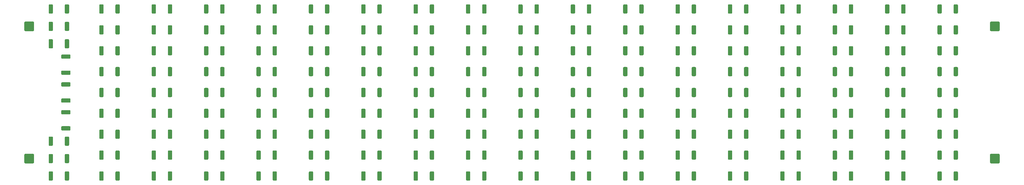
<source format=gbs>
%TF.GenerationSoftware,KiCad,Pcbnew,(5.1.9-0-10_14)*%
%TF.CreationDate,2022-11-18T02:47:43-05:00*%
%TF.ProjectId,5AhG3-18S,35416847-332d-4313-9853-2e6b69636164,rev?*%
%TF.SameCoordinates,Original*%
%TF.FileFunction,Soldermask,Bot*%
%TF.FilePolarity,Negative*%
%FSLAX46Y46*%
G04 Gerber Fmt 4.6, Leading zero omitted, Abs format (unit mm)*
G04 Created by KiCad (PCBNEW (5.1.9-0-10_14)) date 2022-11-18 02:47:43*
%MOMM*%
%LPD*%
G01*
G04 APERTURE LIST*
G04 APERTURE END LIST*
%TO.C,R2*%
G36*
G01*
X90800000Y-115925000D02*
X90800000Y-118075000D01*
G75*
G02*
X90550000Y-118325000I-250000J0D01*
G01*
X89825000Y-118325000D01*
G75*
G02*
X89575000Y-118075000I0J250000D01*
G01*
X89575000Y-115925000D01*
G75*
G02*
X89825000Y-115675000I250000J0D01*
G01*
X90550000Y-115675000D01*
G75*
G02*
X90800000Y-115925000I0J-250000D01*
G01*
G37*
G36*
G01*
X95425000Y-115925000D02*
X95425000Y-118075000D01*
G75*
G02*
X95175000Y-118325000I-250000J0D01*
G01*
X94450000Y-118325000D01*
G75*
G02*
X94200000Y-118075000I0J250000D01*
G01*
X94200000Y-115925000D01*
G75*
G02*
X94450000Y-115675000I250000J0D01*
G01*
X95175000Y-115675000D01*
G75*
G02*
X95425000Y-115925000I0J-250000D01*
G01*
G37*
%TD*%
%TO.C,R6*%
G36*
G01*
X93425000Y-145700000D02*
X95575000Y-145700000D01*
G75*
G02*
X95825000Y-145950000I0J-250000D01*
G01*
X95825000Y-146675000D01*
G75*
G02*
X95575000Y-146925000I-250000J0D01*
G01*
X93425000Y-146925000D01*
G75*
G02*
X93175000Y-146675000I0J250000D01*
G01*
X93175000Y-145950000D01*
G75*
G02*
X93425000Y-145700000I250000J0D01*
G01*
G37*
G36*
G01*
X93425000Y-141075000D02*
X95575000Y-141075000D01*
G75*
G02*
X95825000Y-141325000I0J-250000D01*
G01*
X95825000Y-142050000D01*
G75*
G02*
X95575000Y-142300000I-250000J0D01*
G01*
X93425000Y-142300000D01*
G75*
G02*
X93175000Y-142050000I0J250000D01*
G01*
X93175000Y-141325000D01*
G75*
G02*
X93425000Y-141075000I250000J0D01*
G01*
G37*
%TD*%
%TO.C,R12*%
G36*
G01*
X108700000Y-125075000D02*
X108700000Y-122925000D01*
G75*
G02*
X108950000Y-122675000I250000J0D01*
G01*
X109675000Y-122675000D01*
G75*
G02*
X109925000Y-122925000I0J-250000D01*
G01*
X109925000Y-125075000D01*
G75*
G02*
X109675000Y-125325000I-250000J0D01*
G01*
X108950000Y-125325000D01*
G75*
G02*
X108700000Y-125075000I0J250000D01*
G01*
G37*
G36*
G01*
X104075000Y-125075000D02*
X104075000Y-122925000D01*
G75*
G02*
X104325000Y-122675000I250000J0D01*
G01*
X105050000Y-122675000D01*
G75*
G02*
X105300000Y-122925000I0J-250000D01*
G01*
X105300000Y-125075000D01*
G75*
G02*
X105050000Y-125325000I-250000J0D01*
G01*
X104325000Y-125325000D01*
G75*
G02*
X104075000Y-125075000I0J250000D01*
G01*
G37*
%TD*%
%TO.C,R20*%
G36*
G01*
X120300000Y-116925000D02*
X120300000Y-119075000D01*
G75*
G02*
X120050000Y-119325000I-250000J0D01*
G01*
X119325000Y-119325000D01*
G75*
G02*
X119075000Y-119075000I0J250000D01*
G01*
X119075000Y-116925000D01*
G75*
G02*
X119325000Y-116675000I250000J0D01*
G01*
X120050000Y-116675000D01*
G75*
G02*
X120300000Y-116925000I0J-250000D01*
G01*
G37*
G36*
G01*
X124925000Y-116925000D02*
X124925000Y-119075000D01*
G75*
G02*
X124675000Y-119325000I-250000J0D01*
G01*
X123950000Y-119325000D01*
G75*
G02*
X123700000Y-119075000I0J250000D01*
G01*
X123700000Y-116925000D01*
G75*
G02*
X123950000Y-116675000I250000J0D01*
G01*
X124675000Y-116675000D01*
G75*
G02*
X124925000Y-116925000I0J-250000D01*
G01*
G37*
%TD*%
%TO.C,R29*%
G36*
G01*
X139925000Y-116925000D02*
X139925000Y-119075000D01*
G75*
G02*
X139675000Y-119325000I-250000J0D01*
G01*
X138950000Y-119325000D01*
G75*
G02*
X138700000Y-119075000I0J250000D01*
G01*
X138700000Y-116925000D01*
G75*
G02*
X138950000Y-116675000I250000J0D01*
G01*
X139675000Y-116675000D01*
G75*
G02*
X139925000Y-116925000I0J-250000D01*
G01*
G37*
G36*
G01*
X135300000Y-116925000D02*
X135300000Y-119075000D01*
G75*
G02*
X135050000Y-119325000I-250000J0D01*
G01*
X134325000Y-119325000D01*
G75*
G02*
X134075000Y-119075000I0J250000D01*
G01*
X134075000Y-116925000D01*
G75*
G02*
X134325000Y-116675000I250000J0D01*
G01*
X135050000Y-116675000D01*
G75*
G02*
X135300000Y-116925000I0J-250000D01*
G01*
G37*
%TD*%
%TO.C,R40*%
G36*
G01*
X150300000Y-128925000D02*
X150300000Y-131075000D01*
G75*
G02*
X150050000Y-131325000I-250000J0D01*
G01*
X149325000Y-131325000D01*
G75*
G02*
X149075000Y-131075000I0J250000D01*
G01*
X149075000Y-128925000D01*
G75*
G02*
X149325000Y-128675000I250000J0D01*
G01*
X150050000Y-128675000D01*
G75*
G02*
X150300000Y-128925000I0J-250000D01*
G01*
G37*
G36*
G01*
X154925000Y-128925000D02*
X154925000Y-131075000D01*
G75*
G02*
X154675000Y-131325000I-250000J0D01*
G01*
X153950000Y-131325000D01*
G75*
G02*
X153700000Y-131075000I0J250000D01*
G01*
X153700000Y-128925000D01*
G75*
G02*
X153950000Y-128675000I250000J0D01*
G01*
X154675000Y-128675000D01*
G75*
G02*
X154925000Y-128925000I0J-250000D01*
G01*
G37*
%TD*%
%TO.C,R53*%
G36*
G01*
X169925000Y-152925000D02*
X169925000Y-155075000D01*
G75*
G02*
X169675000Y-155325000I-250000J0D01*
G01*
X168950000Y-155325000D01*
G75*
G02*
X168700000Y-155075000I0J250000D01*
G01*
X168700000Y-152925000D01*
G75*
G02*
X168950000Y-152675000I250000J0D01*
G01*
X169675000Y-152675000D01*
G75*
G02*
X169925000Y-152925000I0J-250000D01*
G01*
G37*
G36*
G01*
X165300000Y-152925000D02*
X165300000Y-155075000D01*
G75*
G02*
X165050000Y-155325000I-250000J0D01*
G01*
X164325000Y-155325000D01*
G75*
G02*
X164075000Y-155075000I0J250000D01*
G01*
X164075000Y-152925000D01*
G75*
G02*
X164325000Y-152675000I250000J0D01*
G01*
X165050000Y-152675000D01*
G75*
G02*
X165300000Y-152925000I0J-250000D01*
G01*
G37*
%TD*%
%TO.C,R67*%
G36*
G01*
X199925000Y-128925000D02*
X199925000Y-131075000D01*
G75*
G02*
X199675000Y-131325000I-250000J0D01*
G01*
X198950000Y-131325000D01*
G75*
G02*
X198700000Y-131075000I0J250000D01*
G01*
X198700000Y-128925000D01*
G75*
G02*
X198950000Y-128675000I250000J0D01*
G01*
X199675000Y-128675000D01*
G75*
G02*
X199925000Y-128925000I0J-250000D01*
G01*
G37*
G36*
G01*
X195300000Y-128925000D02*
X195300000Y-131075000D01*
G75*
G02*
X195050000Y-131325000I-250000J0D01*
G01*
X194325000Y-131325000D01*
G75*
G02*
X194075000Y-131075000I0J250000D01*
G01*
X194075000Y-128925000D01*
G75*
G02*
X194325000Y-128675000I250000J0D01*
G01*
X195050000Y-128675000D01*
G75*
G02*
X195300000Y-128925000I0J-250000D01*
G01*
G37*
%TD*%
%TO.C,R95*%
G36*
G01*
X239075000Y-137075000D02*
X239075000Y-134925000D01*
G75*
G02*
X239325000Y-134675000I250000J0D01*
G01*
X240050000Y-134675000D01*
G75*
G02*
X240300000Y-134925000I0J-250000D01*
G01*
X240300000Y-137075000D01*
G75*
G02*
X240050000Y-137325000I-250000J0D01*
G01*
X239325000Y-137325000D01*
G75*
G02*
X239075000Y-137075000I0J250000D01*
G01*
G37*
G36*
G01*
X243700000Y-137075000D02*
X243700000Y-134925000D01*
G75*
G02*
X243950000Y-134675000I250000J0D01*
G01*
X244675000Y-134675000D01*
G75*
G02*
X244925000Y-134925000I0J-250000D01*
G01*
X244925000Y-137075000D01*
G75*
G02*
X244675000Y-137325000I-250000J0D01*
G01*
X243950000Y-137325000D01*
G75*
G02*
X243700000Y-137075000I0J250000D01*
G01*
G37*
%TD*%
%TO.C,R109*%
G36*
G01*
X269075000Y-113075000D02*
X269075000Y-110925000D01*
G75*
G02*
X269325000Y-110675000I250000J0D01*
G01*
X270050000Y-110675000D01*
G75*
G02*
X270300000Y-110925000I0J-250000D01*
G01*
X270300000Y-113075000D01*
G75*
G02*
X270050000Y-113325000I-250000J0D01*
G01*
X269325000Y-113325000D01*
G75*
G02*
X269075000Y-113075000I0J250000D01*
G01*
G37*
G36*
G01*
X273700000Y-113075000D02*
X273700000Y-110925000D01*
G75*
G02*
X273950000Y-110675000I250000J0D01*
G01*
X274675000Y-110675000D01*
G75*
G02*
X274925000Y-110925000I0J-250000D01*
G01*
X274925000Y-113075000D01*
G75*
G02*
X274675000Y-113325000I-250000J0D01*
G01*
X273950000Y-113325000D01*
G75*
G02*
X273700000Y-113075000I0J250000D01*
G01*
G37*
%TD*%
%TO.C,R123*%
G36*
G01*
X289925000Y-140925000D02*
X289925000Y-143075000D01*
G75*
G02*
X289675000Y-143325000I-250000J0D01*
G01*
X288950000Y-143325000D01*
G75*
G02*
X288700000Y-143075000I0J250000D01*
G01*
X288700000Y-140925000D01*
G75*
G02*
X288950000Y-140675000I250000J0D01*
G01*
X289675000Y-140675000D01*
G75*
G02*
X289925000Y-140925000I0J-250000D01*
G01*
G37*
G36*
G01*
X285300000Y-140925000D02*
X285300000Y-143075000D01*
G75*
G02*
X285050000Y-143325000I-250000J0D01*
G01*
X284325000Y-143325000D01*
G75*
G02*
X284075000Y-143075000I0J250000D01*
G01*
X284075000Y-140925000D01*
G75*
G02*
X284325000Y-140675000I250000J0D01*
G01*
X285050000Y-140675000D01*
G75*
G02*
X285300000Y-140925000I0J-250000D01*
G01*
G37*
%TD*%
%TO.C,R137*%
G36*
G01*
X319925000Y-116925000D02*
X319925000Y-119075000D01*
G75*
G02*
X319675000Y-119325000I-250000J0D01*
G01*
X318950000Y-119325000D01*
G75*
G02*
X318700000Y-119075000I0J250000D01*
G01*
X318700000Y-116925000D01*
G75*
G02*
X318950000Y-116675000I250000J0D01*
G01*
X319675000Y-116675000D01*
G75*
G02*
X319925000Y-116925000I0J-250000D01*
G01*
G37*
G36*
G01*
X315300000Y-116925000D02*
X315300000Y-119075000D01*
G75*
G02*
X315050000Y-119325000I-250000J0D01*
G01*
X314325000Y-119325000D01*
G75*
G02*
X314075000Y-119075000I0J250000D01*
G01*
X314075000Y-116925000D01*
G75*
G02*
X314325000Y-116675000I250000J0D01*
G01*
X315050000Y-116675000D01*
G75*
G02*
X315300000Y-116925000I0J-250000D01*
G01*
G37*
%TD*%
%TO.C,R150*%
G36*
G01*
X330300000Y-140925000D02*
X330300000Y-143075000D01*
G75*
G02*
X330050000Y-143325000I-250000J0D01*
G01*
X329325000Y-143325000D01*
G75*
G02*
X329075000Y-143075000I0J250000D01*
G01*
X329075000Y-140925000D01*
G75*
G02*
X329325000Y-140675000I250000J0D01*
G01*
X330050000Y-140675000D01*
G75*
G02*
X330300000Y-140925000I0J-250000D01*
G01*
G37*
G36*
G01*
X334925000Y-140925000D02*
X334925000Y-143075000D01*
G75*
G02*
X334675000Y-143325000I-250000J0D01*
G01*
X333950000Y-143325000D01*
G75*
G02*
X333700000Y-143075000I0J250000D01*
G01*
X333700000Y-140925000D01*
G75*
G02*
X333950000Y-140675000I250000J0D01*
G01*
X334675000Y-140675000D01*
G75*
G02*
X334925000Y-140925000I0J-250000D01*
G01*
G37*
%TD*%
%TO.C,R162*%
G36*
G01*
X348700000Y-161075000D02*
X348700000Y-158925000D01*
G75*
G02*
X348950000Y-158675000I250000J0D01*
G01*
X349675000Y-158675000D01*
G75*
G02*
X349925000Y-158925000I0J-250000D01*
G01*
X349925000Y-161075000D01*
G75*
G02*
X349675000Y-161325000I-250000J0D01*
G01*
X348950000Y-161325000D01*
G75*
G02*
X348700000Y-161075000I0J250000D01*
G01*
G37*
G36*
G01*
X344075000Y-161075000D02*
X344075000Y-158925000D01*
G75*
G02*
X344325000Y-158675000I250000J0D01*
G01*
X345050000Y-158675000D01*
G75*
G02*
X345300000Y-158925000I0J-250000D01*
G01*
X345300000Y-161075000D01*
G75*
G02*
X345050000Y-161325000I-250000J0D01*
G01*
X344325000Y-161325000D01*
G75*
G02*
X344075000Y-161075000I0J250000D01*
G01*
G37*
%TD*%
%TO.C,R1*%
G36*
G01*
X89575000Y-113075000D02*
X89575000Y-110925000D01*
G75*
G02*
X89825000Y-110675000I250000J0D01*
G01*
X90550000Y-110675000D01*
G75*
G02*
X90800000Y-110925000I0J-250000D01*
G01*
X90800000Y-113075000D01*
G75*
G02*
X90550000Y-113325000I-250000J0D01*
G01*
X89825000Y-113325000D01*
G75*
G02*
X89575000Y-113075000I0J250000D01*
G01*
G37*
G36*
G01*
X94200000Y-113075000D02*
X94200000Y-110925000D01*
G75*
G02*
X94450000Y-110675000I250000J0D01*
G01*
X95175000Y-110675000D01*
G75*
G02*
X95425000Y-110925000I0J-250000D01*
G01*
X95425000Y-113075000D01*
G75*
G02*
X95175000Y-113325000I-250000J0D01*
G01*
X94450000Y-113325000D01*
G75*
G02*
X94200000Y-113075000I0J250000D01*
G01*
G37*
%TD*%
%TO.C,R3*%
G36*
G01*
X89575000Y-123075000D02*
X89575000Y-120925000D01*
G75*
G02*
X89825000Y-120675000I250000J0D01*
G01*
X90550000Y-120675000D01*
G75*
G02*
X90800000Y-120925000I0J-250000D01*
G01*
X90800000Y-123075000D01*
G75*
G02*
X90550000Y-123325000I-250000J0D01*
G01*
X89825000Y-123325000D01*
G75*
G02*
X89575000Y-123075000I0J250000D01*
G01*
G37*
G36*
G01*
X94200000Y-123075000D02*
X94200000Y-120925000D01*
G75*
G02*
X94450000Y-120675000I250000J0D01*
G01*
X95175000Y-120675000D01*
G75*
G02*
X95425000Y-120925000I0J-250000D01*
G01*
X95425000Y-123075000D01*
G75*
G02*
X95175000Y-123325000I-250000J0D01*
G01*
X94450000Y-123325000D01*
G75*
G02*
X94200000Y-123075000I0J250000D01*
G01*
G37*
%TD*%
%TO.C,R4*%
G36*
G01*
X93425000Y-129700000D02*
X95575000Y-129700000D01*
G75*
G02*
X95825000Y-129950000I0J-250000D01*
G01*
X95825000Y-130675000D01*
G75*
G02*
X95575000Y-130925000I-250000J0D01*
G01*
X93425000Y-130925000D01*
G75*
G02*
X93175000Y-130675000I0J250000D01*
G01*
X93175000Y-129950000D01*
G75*
G02*
X93425000Y-129700000I250000J0D01*
G01*
G37*
G36*
G01*
X93425000Y-125075000D02*
X95575000Y-125075000D01*
G75*
G02*
X95825000Y-125325000I0J-250000D01*
G01*
X95825000Y-126050000D01*
G75*
G02*
X95575000Y-126300000I-250000J0D01*
G01*
X93425000Y-126300000D01*
G75*
G02*
X93175000Y-126050000I0J250000D01*
G01*
X93175000Y-125325000D01*
G75*
G02*
X93425000Y-125075000I250000J0D01*
G01*
G37*
%TD*%
%TO.C,R5*%
G36*
G01*
X93425000Y-133075000D02*
X95575000Y-133075000D01*
G75*
G02*
X95825000Y-133325000I0J-250000D01*
G01*
X95825000Y-134050000D01*
G75*
G02*
X95575000Y-134300000I-250000J0D01*
G01*
X93425000Y-134300000D01*
G75*
G02*
X93175000Y-134050000I0J250000D01*
G01*
X93175000Y-133325000D01*
G75*
G02*
X93425000Y-133075000I250000J0D01*
G01*
G37*
G36*
G01*
X93425000Y-137700000D02*
X95575000Y-137700000D01*
G75*
G02*
X95825000Y-137950000I0J-250000D01*
G01*
X95825000Y-138675000D01*
G75*
G02*
X95575000Y-138925000I-250000J0D01*
G01*
X93425000Y-138925000D01*
G75*
G02*
X93175000Y-138675000I0J250000D01*
G01*
X93175000Y-137950000D01*
G75*
G02*
X93425000Y-137700000I250000J0D01*
G01*
G37*
%TD*%
%TO.C,R7*%
G36*
G01*
X95425000Y-148925000D02*
X95425000Y-151075000D01*
G75*
G02*
X95175000Y-151325000I-250000J0D01*
G01*
X94450000Y-151325000D01*
G75*
G02*
X94200000Y-151075000I0J250000D01*
G01*
X94200000Y-148925000D01*
G75*
G02*
X94450000Y-148675000I250000J0D01*
G01*
X95175000Y-148675000D01*
G75*
G02*
X95425000Y-148925000I0J-250000D01*
G01*
G37*
G36*
G01*
X90800000Y-148925000D02*
X90800000Y-151075000D01*
G75*
G02*
X90550000Y-151325000I-250000J0D01*
G01*
X89825000Y-151325000D01*
G75*
G02*
X89575000Y-151075000I0J250000D01*
G01*
X89575000Y-148925000D01*
G75*
G02*
X89825000Y-148675000I250000J0D01*
G01*
X90550000Y-148675000D01*
G75*
G02*
X90800000Y-148925000I0J-250000D01*
G01*
G37*
%TD*%
%TO.C,R8*%
G36*
G01*
X94200000Y-156075000D02*
X94200000Y-153925000D01*
G75*
G02*
X94450000Y-153675000I250000J0D01*
G01*
X95175000Y-153675000D01*
G75*
G02*
X95425000Y-153925000I0J-250000D01*
G01*
X95425000Y-156075000D01*
G75*
G02*
X95175000Y-156325000I-250000J0D01*
G01*
X94450000Y-156325000D01*
G75*
G02*
X94200000Y-156075000I0J250000D01*
G01*
G37*
G36*
G01*
X89575000Y-156075000D02*
X89575000Y-153925000D01*
G75*
G02*
X89825000Y-153675000I250000J0D01*
G01*
X90550000Y-153675000D01*
G75*
G02*
X90800000Y-153925000I0J-250000D01*
G01*
X90800000Y-156075000D01*
G75*
G02*
X90550000Y-156325000I-250000J0D01*
G01*
X89825000Y-156325000D01*
G75*
G02*
X89575000Y-156075000I0J250000D01*
G01*
G37*
%TD*%
%TO.C,R9*%
G36*
G01*
X95425000Y-158925000D02*
X95425000Y-161075000D01*
G75*
G02*
X95175000Y-161325000I-250000J0D01*
G01*
X94450000Y-161325000D01*
G75*
G02*
X94200000Y-161075000I0J250000D01*
G01*
X94200000Y-158925000D01*
G75*
G02*
X94450000Y-158675000I250000J0D01*
G01*
X95175000Y-158675000D01*
G75*
G02*
X95425000Y-158925000I0J-250000D01*
G01*
G37*
G36*
G01*
X90800000Y-158925000D02*
X90800000Y-161075000D01*
G75*
G02*
X90550000Y-161325000I-250000J0D01*
G01*
X89825000Y-161325000D01*
G75*
G02*
X89575000Y-161075000I0J250000D01*
G01*
X89575000Y-158925000D01*
G75*
G02*
X89825000Y-158675000I250000J0D01*
G01*
X90550000Y-158675000D01*
G75*
G02*
X90800000Y-158925000I0J-250000D01*
G01*
G37*
%TD*%
%TO.C,R10*%
G36*
G01*
X108700000Y-113075000D02*
X108700000Y-110925000D01*
G75*
G02*
X108950000Y-110675000I250000J0D01*
G01*
X109675000Y-110675000D01*
G75*
G02*
X109925000Y-110925000I0J-250000D01*
G01*
X109925000Y-113075000D01*
G75*
G02*
X109675000Y-113325000I-250000J0D01*
G01*
X108950000Y-113325000D01*
G75*
G02*
X108700000Y-113075000I0J250000D01*
G01*
G37*
G36*
G01*
X104075000Y-113075000D02*
X104075000Y-110925000D01*
G75*
G02*
X104325000Y-110675000I250000J0D01*
G01*
X105050000Y-110675000D01*
G75*
G02*
X105300000Y-110925000I0J-250000D01*
G01*
X105300000Y-113075000D01*
G75*
G02*
X105050000Y-113325000I-250000J0D01*
G01*
X104325000Y-113325000D01*
G75*
G02*
X104075000Y-113075000I0J250000D01*
G01*
G37*
%TD*%
%TO.C,R11*%
G36*
G01*
X109925000Y-116925000D02*
X109925000Y-119075000D01*
G75*
G02*
X109675000Y-119325000I-250000J0D01*
G01*
X108950000Y-119325000D01*
G75*
G02*
X108700000Y-119075000I0J250000D01*
G01*
X108700000Y-116925000D01*
G75*
G02*
X108950000Y-116675000I250000J0D01*
G01*
X109675000Y-116675000D01*
G75*
G02*
X109925000Y-116925000I0J-250000D01*
G01*
G37*
G36*
G01*
X105300000Y-116925000D02*
X105300000Y-119075000D01*
G75*
G02*
X105050000Y-119325000I-250000J0D01*
G01*
X104325000Y-119325000D01*
G75*
G02*
X104075000Y-119075000I0J250000D01*
G01*
X104075000Y-116925000D01*
G75*
G02*
X104325000Y-116675000I250000J0D01*
G01*
X105050000Y-116675000D01*
G75*
G02*
X105300000Y-116925000I0J-250000D01*
G01*
G37*
%TD*%
%TO.C,R13*%
G36*
G01*
X109925000Y-128925000D02*
X109925000Y-131075000D01*
G75*
G02*
X109675000Y-131325000I-250000J0D01*
G01*
X108950000Y-131325000D01*
G75*
G02*
X108700000Y-131075000I0J250000D01*
G01*
X108700000Y-128925000D01*
G75*
G02*
X108950000Y-128675000I250000J0D01*
G01*
X109675000Y-128675000D01*
G75*
G02*
X109925000Y-128925000I0J-250000D01*
G01*
G37*
G36*
G01*
X105300000Y-128925000D02*
X105300000Y-131075000D01*
G75*
G02*
X105050000Y-131325000I-250000J0D01*
G01*
X104325000Y-131325000D01*
G75*
G02*
X104075000Y-131075000I0J250000D01*
G01*
X104075000Y-128925000D01*
G75*
G02*
X104325000Y-128675000I250000J0D01*
G01*
X105050000Y-128675000D01*
G75*
G02*
X105300000Y-128925000I0J-250000D01*
G01*
G37*
%TD*%
%TO.C,R14*%
G36*
G01*
X108700000Y-137075000D02*
X108700000Y-134925000D01*
G75*
G02*
X108950000Y-134675000I250000J0D01*
G01*
X109675000Y-134675000D01*
G75*
G02*
X109925000Y-134925000I0J-250000D01*
G01*
X109925000Y-137075000D01*
G75*
G02*
X109675000Y-137325000I-250000J0D01*
G01*
X108950000Y-137325000D01*
G75*
G02*
X108700000Y-137075000I0J250000D01*
G01*
G37*
G36*
G01*
X104075000Y-137075000D02*
X104075000Y-134925000D01*
G75*
G02*
X104325000Y-134675000I250000J0D01*
G01*
X105050000Y-134675000D01*
G75*
G02*
X105300000Y-134925000I0J-250000D01*
G01*
X105300000Y-137075000D01*
G75*
G02*
X105050000Y-137325000I-250000J0D01*
G01*
X104325000Y-137325000D01*
G75*
G02*
X104075000Y-137075000I0J250000D01*
G01*
G37*
%TD*%
%TO.C,R15*%
G36*
G01*
X109925000Y-140925000D02*
X109925000Y-143075000D01*
G75*
G02*
X109675000Y-143325000I-250000J0D01*
G01*
X108950000Y-143325000D01*
G75*
G02*
X108700000Y-143075000I0J250000D01*
G01*
X108700000Y-140925000D01*
G75*
G02*
X108950000Y-140675000I250000J0D01*
G01*
X109675000Y-140675000D01*
G75*
G02*
X109925000Y-140925000I0J-250000D01*
G01*
G37*
G36*
G01*
X105300000Y-140925000D02*
X105300000Y-143075000D01*
G75*
G02*
X105050000Y-143325000I-250000J0D01*
G01*
X104325000Y-143325000D01*
G75*
G02*
X104075000Y-143075000I0J250000D01*
G01*
X104075000Y-140925000D01*
G75*
G02*
X104325000Y-140675000I250000J0D01*
G01*
X105050000Y-140675000D01*
G75*
G02*
X105300000Y-140925000I0J-250000D01*
G01*
G37*
%TD*%
%TO.C,R16*%
G36*
G01*
X108700000Y-149075000D02*
X108700000Y-146925000D01*
G75*
G02*
X108950000Y-146675000I250000J0D01*
G01*
X109675000Y-146675000D01*
G75*
G02*
X109925000Y-146925000I0J-250000D01*
G01*
X109925000Y-149075000D01*
G75*
G02*
X109675000Y-149325000I-250000J0D01*
G01*
X108950000Y-149325000D01*
G75*
G02*
X108700000Y-149075000I0J250000D01*
G01*
G37*
G36*
G01*
X104075000Y-149075000D02*
X104075000Y-146925000D01*
G75*
G02*
X104325000Y-146675000I250000J0D01*
G01*
X105050000Y-146675000D01*
G75*
G02*
X105300000Y-146925000I0J-250000D01*
G01*
X105300000Y-149075000D01*
G75*
G02*
X105050000Y-149325000I-250000J0D01*
G01*
X104325000Y-149325000D01*
G75*
G02*
X104075000Y-149075000I0J250000D01*
G01*
G37*
%TD*%
%TO.C,R17*%
G36*
G01*
X109925000Y-152925000D02*
X109925000Y-155075000D01*
G75*
G02*
X109675000Y-155325000I-250000J0D01*
G01*
X108950000Y-155325000D01*
G75*
G02*
X108700000Y-155075000I0J250000D01*
G01*
X108700000Y-152925000D01*
G75*
G02*
X108950000Y-152675000I250000J0D01*
G01*
X109675000Y-152675000D01*
G75*
G02*
X109925000Y-152925000I0J-250000D01*
G01*
G37*
G36*
G01*
X105300000Y-152925000D02*
X105300000Y-155075000D01*
G75*
G02*
X105050000Y-155325000I-250000J0D01*
G01*
X104325000Y-155325000D01*
G75*
G02*
X104075000Y-155075000I0J250000D01*
G01*
X104075000Y-152925000D01*
G75*
G02*
X104325000Y-152675000I250000J0D01*
G01*
X105050000Y-152675000D01*
G75*
G02*
X105300000Y-152925000I0J-250000D01*
G01*
G37*
%TD*%
%TO.C,R18*%
G36*
G01*
X108700000Y-161075000D02*
X108700000Y-158925000D01*
G75*
G02*
X108950000Y-158675000I250000J0D01*
G01*
X109675000Y-158675000D01*
G75*
G02*
X109925000Y-158925000I0J-250000D01*
G01*
X109925000Y-161075000D01*
G75*
G02*
X109675000Y-161325000I-250000J0D01*
G01*
X108950000Y-161325000D01*
G75*
G02*
X108700000Y-161075000I0J250000D01*
G01*
G37*
G36*
G01*
X104075000Y-161075000D02*
X104075000Y-158925000D01*
G75*
G02*
X104325000Y-158675000I250000J0D01*
G01*
X105050000Y-158675000D01*
G75*
G02*
X105300000Y-158925000I0J-250000D01*
G01*
X105300000Y-161075000D01*
G75*
G02*
X105050000Y-161325000I-250000J0D01*
G01*
X104325000Y-161325000D01*
G75*
G02*
X104075000Y-161075000I0J250000D01*
G01*
G37*
%TD*%
%TO.C,R19*%
G36*
G01*
X119075000Y-113075000D02*
X119075000Y-110925000D01*
G75*
G02*
X119325000Y-110675000I250000J0D01*
G01*
X120050000Y-110675000D01*
G75*
G02*
X120300000Y-110925000I0J-250000D01*
G01*
X120300000Y-113075000D01*
G75*
G02*
X120050000Y-113325000I-250000J0D01*
G01*
X119325000Y-113325000D01*
G75*
G02*
X119075000Y-113075000I0J250000D01*
G01*
G37*
G36*
G01*
X123700000Y-113075000D02*
X123700000Y-110925000D01*
G75*
G02*
X123950000Y-110675000I250000J0D01*
G01*
X124675000Y-110675000D01*
G75*
G02*
X124925000Y-110925000I0J-250000D01*
G01*
X124925000Y-113075000D01*
G75*
G02*
X124675000Y-113325000I-250000J0D01*
G01*
X123950000Y-113325000D01*
G75*
G02*
X123700000Y-113075000I0J250000D01*
G01*
G37*
%TD*%
%TO.C,R21*%
G36*
G01*
X119075000Y-125075000D02*
X119075000Y-122925000D01*
G75*
G02*
X119325000Y-122675000I250000J0D01*
G01*
X120050000Y-122675000D01*
G75*
G02*
X120300000Y-122925000I0J-250000D01*
G01*
X120300000Y-125075000D01*
G75*
G02*
X120050000Y-125325000I-250000J0D01*
G01*
X119325000Y-125325000D01*
G75*
G02*
X119075000Y-125075000I0J250000D01*
G01*
G37*
G36*
G01*
X123700000Y-125075000D02*
X123700000Y-122925000D01*
G75*
G02*
X123950000Y-122675000I250000J0D01*
G01*
X124675000Y-122675000D01*
G75*
G02*
X124925000Y-122925000I0J-250000D01*
G01*
X124925000Y-125075000D01*
G75*
G02*
X124675000Y-125325000I-250000J0D01*
G01*
X123950000Y-125325000D01*
G75*
G02*
X123700000Y-125075000I0J250000D01*
G01*
G37*
%TD*%
%TO.C,R22*%
G36*
G01*
X120300000Y-128925000D02*
X120300000Y-131075000D01*
G75*
G02*
X120050000Y-131325000I-250000J0D01*
G01*
X119325000Y-131325000D01*
G75*
G02*
X119075000Y-131075000I0J250000D01*
G01*
X119075000Y-128925000D01*
G75*
G02*
X119325000Y-128675000I250000J0D01*
G01*
X120050000Y-128675000D01*
G75*
G02*
X120300000Y-128925000I0J-250000D01*
G01*
G37*
G36*
G01*
X124925000Y-128925000D02*
X124925000Y-131075000D01*
G75*
G02*
X124675000Y-131325000I-250000J0D01*
G01*
X123950000Y-131325000D01*
G75*
G02*
X123700000Y-131075000I0J250000D01*
G01*
X123700000Y-128925000D01*
G75*
G02*
X123950000Y-128675000I250000J0D01*
G01*
X124675000Y-128675000D01*
G75*
G02*
X124925000Y-128925000I0J-250000D01*
G01*
G37*
%TD*%
%TO.C,R23*%
G36*
G01*
X119075000Y-137075000D02*
X119075000Y-134925000D01*
G75*
G02*
X119325000Y-134675000I250000J0D01*
G01*
X120050000Y-134675000D01*
G75*
G02*
X120300000Y-134925000I0J-250000D01*
G01*
X120300000Y-137075000D01*
G75*
G02*
X120050000Y-137325000I-250000J0D01*
G01*
X119325000Y-137325000D01*
G75*
G02*
X119075000Y-137075000I0J250000D01*
G01*
G37*
G36*
G01*
X123700000Y-137075000D02*
X123700000Y-134925000D01*
G75*
G02*
X123950000Y-134675000I250000J0D01*
G01*
X124675000Y-134675000D01*
G75*
G02*
X124925000Y-134925000I0J-250000D01*
G01*
X124925000Y-137075000D01*
G75*
G02*
X124675000Y-137325000I-250000J0D01*
G01*
X123950000Y-137325000D01*
G75*
G02*
X123700000Y-137075000I0J250000D01*
G01*
G37*
%TD*%
%TO.C,R24*%
G36*
G01*
X120300000Y-140925000D02*
X120300000Y-143075000D01*
G75*
G02*
X120050000Y-143325000I-250000J0D01*
G01*
X119325000Y-143325000D01*
G75*
G02*
X119075000Y-143075000I0J250000D01*
G01*
X119075000Y-140925000D01*
G75*
G02*
X119325000Y-140675000I250000J0D01*
G01*
X120050000Y-140675000D01*
G75*
G02*
X120300000Y-140925000I0J-250000D01*
G01*
G37*
G36*
G01*
X124925000Y-140925000D02*
X124925000Y-143075000D01*
G75*
G02*
X124675000Y-143325000I-250000J0D01*
G01*
X123950000Y-143325000D01*
G75*
G02*
X123700000Y-143075000I0J250000D01*
G01*
X123700000Y-140925000D01*
G75*
G02*
X123950000Y-140675000I250000J0D01*
G01*
X124675000Y-140675000D01*
G75*
G02*
X124925000Y-140925000I0J-250000D01*
G01*
G37*
%TD*%
%TO.C,R25*%
G36*
G01*
X119075000Y-149075000D02*
X119075000Y-146925000D01*
G75*
G02*
X119325000Y-146675000I250000J0D01*
G01*
X120050000Y-146675000D01*
G75*
G02*
X120300000Y-146925000I0J-250000D01*
G01*
X120300000Y-149075000D01*
G75*
G02*
X120050000Y-149325000I-250000J0D01*
G01*
X119325000Y-149325000D01*
G75*
G02*
X119075000Y-149075000I0J250000D01*
G01*
G37*
G36*
G01*
X123700000Y-149075000D02*
X123700000Y-146925000D01*
G75*
G02*
X123950000Y-146675000I250000J0D01*
G01*
X124675000Y-146675000D01*
G75*
G02*
X124925000Y-146925000I0J-250000D01*
G01*
X124925000Y-149075000D01*
G75*
G02*
X124675000Y-149325000I-250000J0D01*
G01*
X123950000Y-149325000D01*
G75*
G02*
X123700000Y-149075000I0J250000D01*
G01*
G37*
%TD*%
%TO.C,R26*%
G36*
G01*
X120300000Y-152925000D02*
X120300000Y-155075000D01*
G75*
G02*
X120050000Y-155325000I-250000J0D01*
G01*
X119325000Y-155325000D01*
G75*
G02*
X119075000Y-155075000I0J250000D01*
G01*
X119075000Y-152925000D01*
G75*
G02*
X119325000Y-152675000I250000J0D01*
G01*
X120050000Y-152675000D01*
G75*
G02*
X120300000Y-152925000I0J-250000D01*
G01*
G37*
G36*
G01*
X124925000Y-152925000D02*
X124925000Y-155075000D01*
G75*
G02*
X124675000Y-155325000I-250000J0D01*
G01*
X123950000Y-155325000D01*
G75*
G02*
X123700000Y-155075000I0J250000D01*
G01*
X123700000Y-152925000D01*
G75*
G02*
X123950000Y-152675000I250000J0D01*
G01*
X124675000Y-152675000D01*
G75*
G02*
X124925000Y-152925000I0J-250000D01*
G01*
G37*
%TD*%
%TO.C,R27*%
G36*
G01*
X119075000Y-161075000D02*
X119075000Y-158925000D01*
G75*
G02*
X119325000Y-158675000I250000J0D01*
G01*
X120050000Y-158675000D01*
G75*
G02*
X120300000Y-158925000I0J-250000D01*
G01*
X120300000Y-161075000D01*
G75*
G02*
X120050000Y-161325000I-250000J0D01*
G01*
X119325000Y-161325000D01*
G75*
G02*
X119075000Y-161075000I0J250000D01*
G01*
G37*
G36*
G01*
X123700000Y-161075000D02*
X123700000Y-158925000D01*
G75*
G02*
X123950000Y-158675000I250000J0D01*
G01*
X124675000Y-158675000D01*
G75*
G02*
X124925000Y-158925000I0J-250000D01*
G01*
X124925000Y-161075000D01*
G75*
G02*
X124675000Y-161325000I-250000J0D01*
G01*
X123950000Y-161325000D01*
G75*
G02*
X123700000Y-161075000I0J250000D01*
G01*
G37*
%TD*%
%TO.C,R28*%
G36*
G01*
X138700000Y-113075000D02*
X138700000Y-110925000D01*
G75*
G02*
X138950000Y-110675000I250000J0D01*
G01*
X139675000Y-110675000D01*
G75*
G02*
X139925000Y-110925000I0J-250000D01*
G01*
X139925000Y-113075000D01*
G75*
G02*
X139675000Y-113325000I-250000J0D01*
G01*
X138950000Y-113325000D01*
G75*
G02*
X138700000Y-113075000I0J250000D01*
G01*
G37*
G36*
G01*
X134075000Y-113075000D02*
X134075000Y-110925000D01*
G75*
G02*
X134325000Y-110675000I250000J0D01*
G01*
X135050000Y-110675000D01*
G75*
G02*
X135300000Y-110925000I0J-250000D01*
G01*
X135300000Y-113075000D01*
G75*
G02*
X135050000Y-113325000I-250000J0D01*
G01*
X134325000Y-113325000D01*
G75*
G02*
X134075000Y-113075000I0J250000D01*
G01*
G37*
%TD*%
%TO.C,R30*%
G36*
G01*
X138700000Y-125075000D02*
X138700000Y-122925000D01*
G75*
G02*
X138950000Y-122675000I250000J0D01*
G01*
X139675000Y-122675000D01*
G75*
G02*
X139925000Y-122925000I0J-250000D01*
G01*
X139925000Y-125075000D01*
G75*
G02*
X139675000Y-125325000I-250000J0D01*
G01*
X138950000Y-125325000D01*
G75*
G02*
X138700000Y-125075000I0J250000D01*
G01*
G37*
G36*
G01*
X134075000Y-125075000D02*
X134075000Y-122925000D01*
G75*
G02*
X134325000Y-122675000I250000J0D01*
G01*
X135050000Y-122675000D01*
G75*
G02*
X135300000Y-122925000I0J-250000D01*
G01*
X135300000Y-125075000D01*
G75*
G02*
X135050000Y-125325000I-250000J0D01*
G01*
X134325000Y-125325000D01*
G75*
G02*
X134075000Y-125075000I0J250000D01*
G01*
G37*
%TD*%
%TO.C,R31*%
G36*
G01*
X139925000Y-128925000D02*
X139925000Y-131075000D01*
G75*
G02*
X139675000Y-131325000I-250000J0D01*
G01*
X138950000Y-131325000D01*
G75*
G02*
X138700000Y-131075000I0J250000D01*
G01*
X138700000Y-128925000D01*
G75*
G02*
X138950000Y-128675000I250000J0D01*
G01*
X139675000Y-128675000D01*
G75*
G02*
X139925000Y-128925000I0J-250000D01*
G01*
G37*
G36*
G01*
X135300000Y-128925000D02*
X135300000Y-131075000D01*
G75*
G02*
X135050000Y-131325000I-250000J0D01*
G01*
X134325000Y-131325000D01*
G75*
G02*
X134075000Y-131075000I0J250000D01*
G01*
X134075000Y-128925000D01*
G75*
G02*
X134325000Y-128675000I250000J0D01*
G01*
X135050000Y-128675000D01*
G75*
G02*
X135300000Y-128925000I0J-250000D01*
G01*
G37*
%TD*%
%TO.C,R32*%
G36*
G01*
X138700000Y-137075000D02*
X138700000Y-134925000D01*
G75*
G02*
X138950000Y-134675000I250000J0D01*
G01*
X139675000Y-134675000D01*
G75*
G02*
X139925000Y-134925000I0J-250000D01*
G01*
X139925000Y-137075000D01*
G75*
G02*
X139675000Y-137325000I-250000J0D01*
G01*
X138950000Y-137325000D01*
G75*
G02*
X138700000Y-137075000I0J250000D01*
G01*
G37*
G36*
G01*
X134075000Y-137075000D02*
X134075000Y-134925000D01*
G75*
G02*
X134325000Y-134675000I250000J0D01*
G01*
X135050000Y-134675000D01*
G75*
G02*
X135300000Y-134925000I0J-250000D01*
G01*
X135300000Y-137075000D01*
G75*
G02*
X135050000Y-137325000I-250000J0D01*
G01*
X134325000Y-137325000D01*
G75*
G02*
X134075000Y-137075000I0J250000D01*
G01*
G37*
%TD*%
%TO.C,R33*%
G36*
G01*
X139925000Y-140925000D02*
X139925000Y-143075000D01*
G75*
G02*
X139675000Y-143325000I-250000J0D01*
G01*
X138950000Y-143325000D01*
G75*
G02*
X138700000Y-143075000I0J250000D01*
G01*
X138700000Y-140925000D01*
G75*
G02*
X138950000Y-140675000I250000J0D01*
G01*
X139675000Y-140675000D01*
G75*
G02*
X139925000Y-140925000I0J-250000D01*
G01*
G37*
G36*
G01*
X135300000Y-140925000D02*
X135300000Y-143075000D01*
G75*
G02*
X135050000Y-143325000I-250000J0D01*
G01*
X134325000Y-143325000D01*
G75*
G02*
X134075000Y-143075000I0J250000D01*
G01*
X134075000Y-140925000D01*
G75*
G02*
X134325000Y-140675000I250000J0D01*
G01*
X135050000Y-140675000D01*
G75*
G02*
X135300000Y-140925000I0J-250000D01*
G01*
G37*
%TD*%
%TO.C,R34*%
G36*
G01*
X138700000Y-149075000D02*
X138700000Y-146925000D01*
G75*
G02*
X138950000Y-146675000I250000J0D01*
G01*
X139675000Y-146675000D01*
G75*
G02*
X139925000Y-146925000I0J-250000D01*
G01*
X139925000Y-149075000D01*
G75*
G02*
X139675000Y-149325000I-250000J0D01*
G01*
X138950000Y-149325000D01*
G75*
G02*
X138700000Y-149075000I0J250000D01*
G01*
G37*
G36*
G01*
X134075000Y-149075000D02*
X134075000Y-146925000D01*
G75*
G02*
X134325000Y-146675000I250000J0D01*
G01*
X135050000Y-146675000D01*
G75*
G02*
X135300000Y-146925000I0J-250000D01*
G01*
X135300000Y-149075000D01*
G75*
G02*
X135050000Y-149325000I-250000J0D01*
G01*
X134325000Y-149325000D01*
G75*
G02*
X134075000Y-149075000I0J250000D01*
G01*
G37*
%TD*%
%TO.C,R35*%
G36*
G01*
X139925000Y-152925000D02*
X139925000Y-155075000D01*
G75*
G02*
X139675000Y-155325000I-250000J0D01*
G01*
X138950000Y-155325000D01*
G75*
G02*
X138700000Y-155075000I0J250000D01*
G01*
X138700000Y-152925000D01*
G75*
G02*
X138950000Y-152675000I250000J0D01*
G01*
X139675000Y-152675000D01*
G75*
G02*
X139925000Y-152925000I0J-250000D01*
G01*
G37*
G36*
G01*
X135300000Y-152925000D02*
X135300000Y-155075000D01*
G75*
G02*
X135050000Y-155325000I-250000J0D01*
G01*
X134325000Y-155325000D01*
G75*
G02*
X134075000Y-155075000I0J250000D01*
G01*
X134075000Y-152925000D01*
G75*
G02*
X134325000Y-152675000I250000J0D01*
G01*
X135050000Y-152675000D01*
G75*
G02*
X135300000Y-152925000I0J-250000D01*
G01*
G37*
%TD*%
%TO.C,R36*%
G36*
G01*
X138700000Y-161075000D02*
X138700000Y-158925000D01*
G75*
G02*
X138950000Y-158675000I250000J0D01*
G01*
X139675000Y-158675000D01*
G75*
G02*
X139925000Y-158925000I0J-250000D01*
G01*
X139925000Y-161075000D01*
G75*
G02*
X139675000Y-161325000I-250000J0D01*
G01*
X138950000Y-161325000D01*
G75*
G02*
X138700000Y-161075000I0J250000D01*
G01*
G37*
G36*
G01*
X134075000Y-161075000D02*
X134075000Y-158925000D01*
G75*
G02*
X134325000Y-158675000I250000J0D01*
G01*
X135050000Y-158675000D01*
G75*
G02*
X135300000Y-158925000I0J-250000D01*
G01*
X135300000Y-161075000D01*
G75*
G02*
X135050000Y-161325000I-250000J0D01*
G01*
X134325000Y-161325000D01*
G75*
G02*
X134075000Y-161075000I0J250000D01*
G01*
G37*
%TD*%
%TO.C,R37*%
G36*
G01*
X149075000Y-113075000D02*
X149075000Y-110925000D01*
G75*
G02*
X149325000Y-110675000I250000J0D01*
G01*
X150050000Y-110675000D01*
G75*
G02*
X150300000Y-110925000I0J-250000D01*
G01*
X150300000Y-113075000D01*
G75*
G02*
X150050000Y-113325000I-250000J0D01*
G01*
X149325000Y-113325000D01*
G75*
G02*
X149075000Y-113075000I0J250000D01*
G01*
G37*
G36*
G01*
X153700000Y-113075000D02*
X153700000Y-110925000D01*
G75*
G02*
X153950000Y-110675000I250000J0D01*
G01*
X154675000Y-110675000D01*
G75*
G02*
X154925000Y-110925000I0J-250000D01*
G01*
X154925000Y-113075000D01*
G75*
G02*
X154675000Y-113325000I-250000J0D01*
G01*
X153950000Y-113325000D01*
G75*
G02*
X153700000Y-113075000I0J250000D01*
G01*
G37*
%TD*%
%TO.C,R38*%
G36*
G01*
X150300000Y-116925000D02*
X150300000Y-119075000D01*
G75*
G02*
X150050000Y-119325000I-250000J0D01*
G01*
X149325000Y-119325000D01*
G75*
G02*
X149075000Y-119075000I0J250000D01*
G01*
X149075000Y-116925000D01*
G75*
G02*
X149325000Y-116675000I250000J0D01*
G01*
X150050000Y-116675000D01*
G75*
G02*
X150300000Y-116925000I0J-250000D01*
G01*
G37*
G36*
G01*
X154925000Y-116925000D02*
X154925000Y-119075000D01*
G75*
G02*
X154675000Y-119325000I-250000J0D01*
G01*
X153950000Y-119325000D01*
G75*
G02*
X153700000Y-119075000I0J250000D01*
G01*
X153700000Y-116925000D01*
G75*
G02*
X153950000Y-116675000I250000J0D01*
G01*
X154675000Y-116675000D01*
G75*
G02*
X154925000Y-116925000I0J-250000D01*
G01*
G37*
%TD*%
%TO.C,R39*%
G36*
G01*
X149075000Y-125075000D02*
X149075000Y-122925000D01*
G75*
G02*
X149325000Y-122675000I250000J0D01*
G01*
X150050000Y-122675000D01*
G75*
G02*
X150300000Y-122925000I0J-250000D01*
G01*
X150300000Y-125075000D01*
G75*
G02*
X150050000Y-125325000I-250000J0D01*
G01*
X149325000Y-125325000D01*
G75*
G02*
X149075000Y-125075000I0J250000D01*
G01*
G37*
G36*
G01*
X153700000Y-125075000D02*
X153700000Y-122925000D01*
G75*
G02*
X153950000Y-122675000I250000J0D01*
G01*
X154675000Y-122675000D01*
G75*
G02*
X154925000Y-122925000I0J-250000D01*
G01*
X154925000Y-125075000D01*
G75*
G02*
X154675000Y-125325000I-250000J0D01*
G01*
X153950000Y-125325000D01*
G75*
G02*
X153700000Y-125075000I0J250000D01*
G01*
G37*
%TD*%
%TO.C,R41*%
G36*
G01*
X149075000Y-137075000D02*
X149075000Y-134925000D01*
G75*
G02*
X149325000Y-134675000I250000J0D01*
G01*
X150050000Y-134675000D01*
G75*
G02*
X150300000Y-134925000I0J-250000D01*
G01*
X150300000Y-137075000D01*
G75*
G02*
X150050000Y-137325000I-250000J0D01*
G01*
X149325000Y-137325000D01*
G75*
G02*
X149075000Y-137075000I0J250000D01*
G01*
G37*
G36*
G01*
X153700000Y-137075000D02*
X153700000Y-134925000D01*
G75*
G02*
X153950000Y-134675000I250000J0D01*
G01*
X154675000Y-134675000D01*
G75*
G02*
X154925000Y-134925000I0J-250000D01*
G01*
X154925000Y-137075000D01*
G75*
G02*
X154675000Y-137325000I-250000J0D01*
G01*
X153950000Y-137325000D01*
G75*
G02*
X153700000Y-137075000I0J250000D01*
G01*
G37*
%TD*%
%TO.C,R42*%
G36*
G01*
X150300000Y-140925000D02*
X150300000Y-143075000D01*
G75*
G02*
X150050000Y-143325000I-250000J0D01*
G01*
X149325000Y-143325000D01*
G75*
G02*
X149075000Y-143075000I0J250000D01*
G01*
X149075000Y-140925000D01*
G75*
G02*
X149325000Y-140675000I250000J0D01*
G01*
X150050000Y-140675000D01*
G75*
G02*
X150300000Y-140925000I0J-250000D01*
G01*
G37*
G36*
G01*
X154925000Y-140925000D02*
X154925000Y-143075000D01*
G75*
G02*
X154675000Y-143325000I-250000J0D01*
G01*
X153950000Y-143325000D01*
G75*
G02*
X153700000Y-143075000I0J250000D01*
G01*
X153700000Y-140925000D01*
G75*
G02*
X153950000Y-140675000I250000J0D01*
G01*
X154675000Y-140675000D01*
G75*
G02*
X154925000Y-140925000I0J-250000D01*
G01*
G37*
%TD*%
%TO.C,R43*%
G36*
G01*
X149075000Y-149075000D02*
X149075000Y-146925000D01*
G75*
G02*
X149325000Y-146675000I250000J0D01*
G01*
X150050000Y-146675000D01*
G75*
G02*
X150300000Y-146925000I0J-250000D01*
G01*
X150300000Y-149075000D01*
G75*
G02*
X150050000Y-149325000I-250000J0D01*
G01*
X149325000Y-149325000D01*
G75*
G02*
X149075000Y-149075000I0J250000D01*
G01*
G37*
G36*
G01*
X153700000Y-149075000D02*
X153700000Y-146925000D01*
G75*
G02*
X153950000Y-146675000I250000J0D01*
G01*
X154675000Y-146675000D01*
G75*
G02*
X154925000Y-146925000I0J-250000D01*
G01*
X154925000Y-149075000D01*
G75*
G02*
X154675000Y-149325000I-250000J0D01*
G01*
X153950000Y-149325000D01*
G75*
G02*
X153700000Y-149075000I0J250000D01*
G01*
G37*
%TD*%
%TO.C,R44*%
G36*
G01*
X150300000Y-152925000D02*
X150300000Y-155075000D01*
G75*
G02*
X150050000Y-155325000I-250000J0D01*
G01*
X149325000Y-155325000D01*
G75*
G02*
X149075000Y-155075000I0J250000D01*
G01*
X149075000Y-152925000D01*
G75*
G02*
X149325000Y-152675000I250000J0D01*
G01*
X150050000Y-152675000D01*
G75*
G02*
X150300000Y-152925000I0J-250000D01*
G01*
G37*
G36*
G01*
X154925000Y-152925000D02*
X154925000Y-155075000D01*
G75*
G02*
X154675000Y-155325000I-250000J0D01*
G01*
X153950000Y-155325000D01*
G75*
G02*
X153700000Y-155075000I0J250000D01*
G01*
X153700000Y-152925000D01*
G75*
G02*
X153950000Y-152675000I250000J0D01*
G01*
X154675000Y-152675000D01*
G75*
G02*
X154925000Y-152925000I0J-250000D01*
G01*
G37*
%TD*%
%TO.C,R45*%
G36*
G01*
X149075000Y-161075000D02*
X149075000Y-158925000D01*
G75*
G02*
X149325000Y-158675000I250000J0D01*
G01*
X150050000Y-158675000D01*
G75*
G02*
X150300000Y-158925000I0J-250000D01*
G01*
X150300000Y-161075000D01*
G75*
G02*
X150050000Y-161325000I-250000J0D01*
G01*
X149325000Y-161325000D01*
G75*
G02*
X149075000Y-161075000I0J250000D01*
G01*
G37*
G36*
G01*
X153700000Y-161075000D02*
X153700000Y-158925000D01*
G75*
G02*
X153950000Y-158675000I250000J0D01*
G01*
X154675000Y-158675000D01*
G75*
G02*
X154925000Y-158925000I0J-250000D01*
G01*
X154925000Y-161075000D01*
G75*
G02*
X154675000Y-161325000I-250000J0D01*
G01*
X153950000Y-161325000D01*
G75*
G02*
X153700000Y-161075000I0J250000D01*
G01*
G37*
%TD*%
%TO.C,R46*%
G36*
G01*
X168700000Y-113075000D02*
X168700000Y-110925000D01*
G75*
G02*
X168950000Y-110675000I250000J0D01*
G01*
X169675000Y-110675000D01*
G75*
G02*
X169925000Y-110925000I0J-250000D01*
G01*
X169925000Y-113075000D01*
G75*
G02*
X169675000Y-113325000I-250000J0D01*
G01*
X168950000Y-113325000D01*
G75*
G02*
X168700000Y-113075000I0J250000D01*
G01*
G37*
G36*
G01*
X164075000Y-113075000D02*
X164075000Y-110925000D01*
G75*
G02*
X164325000Y-110675000I250000J0D01*
G01*
X165050000Y-110675000D01*
G75*
G02*
X165300000Y-110925000I0J-250000D01*
G01*
X165300000Y-113075000D01*
G75*
G02*
X165050000Y-113325000I-250000J0D01*
G01*
X164325000Y-113325000D01*
G75*
G02*
X164075000Y-113075000I0J250000D01*
G01*
G37*
%TD*%
%TO.C,R47*%
G36*
G01*
X169925000Y-116925000D02*
X169925000Y-119075000D01*
G75*
G02*
X169675000Y-119325000I-250000J0D01*
G01*
X168950000Y-119325000D01*
G75*
G02*
X168700000Y-119075000I0J250000D01*
G01*
X168700000Y-116925000D01*
G75*
G02*
X168950000Y-116675000I250000J0D01*
G01*
X169675000Y-116675000D01*
G75*
G02*
X169925000Y-116925000I0J-250000D01*
G01*
G37*
G36*
G01*
X165300000Y-116925000D02*
X165300000Y-119075000D01*
G75*
G02*
X165050000Y-119325000I-250000J0D01*
G01*
X164325000Y-119325000D01*
G75*
G02*
X164075000Y-119075000I0J250000D01*
G01*
X164075000Y-116925000D01*
G75*
G02*
X164325000Y-116675000I250000J0D01*
G01*
X165050000Y-116675000D01*
G75*
G02*
X165300000Y-116925000I0J-250000D01*
G01*
G37*
%TD*%
%TO.C,R48*%
G36*
G01*
X168700000Y-125075000D02*
X168700000Y-122925000D01*
G75*
G02*
X168950000Y-122675000I250000J0D01*
G01*
X169675000Y-122675000D01*
G75*
G02*
X169925000Y-122925000I0J-250000D01*
G01*
X169925000Y-125075000D01*
G75*
G02*
X169675000Y-125325000I-250000J0D01*
G01*
X168950000Y-125325000D01*
G75*
G02*
X168700000Y-125075000I0J250000D01*
G01*
G37*
G36*
G01*
X164075000Y-125075000D02*
X164075000Y-122925000D01*
G75*
G02*
X164325000Y-122675000I250000J0D01*
G01*
X165050000Y-122675000D01*
G75*
G02*
X165300000Y-122925000I0J-250000D01*
G01*
X165300000Y-125075000D01*
G75*
G02*
X165050000Y-125325000I-250000J0D01*
G01*
X164325000Y-125325000D01*
G75*
G02*
X164075000Y-125075000I0J250000D01*
G01*
G37*
%TD*%
%TO.C,R49*%
G36*
G01*
X169925000Y-128925000D02*
X169925000Y-131075000D01*
G75*
G02*
X169675000Y-131325000I-250000J0D01*
G01*
X168950000Y-131325000D01*
G75*
G02*
X168700000Y-131075000I0J250000D01*
G01*
X168700000Y-128925000D01*
G75*
G02*
X168950000Y-128675000I250000J0D01*
G01*
X169675000Y-128675000D01*
G75*
G02*
X169925000Y-128925000I0J-250000D01*
G01*
G37*
G36*
G01*
X165300000Y-128925000D02*
X165300000Y-131075000D01*
G75*
G02*
X165050000Y-131325000I-250000J0D01*
G01*
X164325000Y-131325000D01*
G75*
G02*
X164075000Y-131075000I0J250000D01*
G01*
X164075000Y-128925000D01*
G75*
G02*
X164325000Y-128675000I250000J0D01*
G01*
X165050000Y-128675000D01*
G75*
G02*
X165300000Y-128925000I0J-250000D01*
G01*
G37*
%TD*%
%TO.C,R50*%
G36*
G01*
X168700000Y-137075000D02*
X168700000Y-134925000D01*
G75*
G02*
X168950000Y-134675000I250000J0D01*
G01*
X169675000Y-134675000D01*
G75*
G02*
X169925000Y-134925000I0J-250000D01*
G01*
X169925000Y-137075000D01*
G75*
G02*
X169675000Y-137325000I-250000J0D01*
G01*
X168950000Y-137325000D01*
G75*
G02*
X168700000Y-137075000I0J250000D01*
G01*
G37*
G36*
G01*
X164075000Y-137075000D02*
X164075000Y-134925000D01*
G75*
G02*
X164325000Y-134675000I250000J0D01*
G01*
X165050000Y-134675000D01*
G75*
G02*
X165300000Y-134925000I0J-250000D01*
G01*
X165300000Y-137075000D01*
G75*
G02*
X165050000Y-137325000I-250000J0D01*
G01*
X164325000Y-137325000D01*
G75*
G02*
X164075000Y-137075000I0J250000D01*
G01*
G37*
%TD*%
%TO.C,R51*%
G36*
G01*
X169925000Y-140925000D02*
X169925000Y-143075000D01*
G75*
G02*
X169675000Y-143325000I-250000J0D01*
G01*
X168950000Y-143325000D01*
G75*
G02*
X168700000Y-143075000I0J250000D01*
G01*
X168700000Y-140925000D01*
G75*
G02*
X168950000Y-140675000I250000J0D01*
G01*
X169675000Y-140675000D01*
G75*
G02*
X169925000Y-140925000I0J-250000D01*
G01*
G37*
G36*
G01*
X165300000Y-140925000D02*
X165300000Y-143075000D01*
G75*
G02*
X165050000Y-143325000I-250000J0D01*
G01*
X164325000Y-143325000D01*
G75*
G02*
X164075000Y-143075000I0J250000D01*
G01*
X164075000Y-140925000D01*
G75*
G02*
X164325000Y-140675000I250000J0D01*
G01*
X165050000Y-140675000D01*
G75*
G02*
X165300000Y-140925000I0J-250000D01*
G01*
G37*
%TD*%
%TO.C,R52*%
G36*
G01*
X168700000Y-149075000D02*
X168700000Y-146925000D01*
G75*
G02*
X168950000Y-146675000I250000J0D01*
G01*
X169675000Y-146675000D01*
G75*
G02*
X169925000Y-146925000I0J-250000D01*
G01*
X169925000Y-149075000D01*
G75*
G02*
X169675000Y-149325000I-250000J0D01*
G01*
X168950000Y-149325000D01*
G75*
G02*
X168700000Y-149075000I0J250000D01*
G01*
G37*
G36*
G01*
X164075000Y-149075000D02*
X164075000Y-146925000D01*
G75*
G02*
X164325000Y-146675000I250000J0D01*
G01*
X165050000Y-146675000D01*
G75*
G02*
X165300000Y-146925000I0J-250000D01*
G01*
X165300000Y-149075000D01*
G75*
G02*
X165050000Y-149325000I-250000J0D01*
G01*
X164325000Y-149325000D01*
G75*
G02*
X164075000Y-149075000I0J250000D01*
G01*
G37*
%TD*%
%TO.C,R54*%
G36*
G01*
X168700000Y-161075000D02*
X168700000Y-158925000D01*
G75*
G02*
X168950000Y-158675000I250000J0D01*
G01*
X169675000Y-158675000D01*
G75*
G02*
X169925000Y-158925000I0J-250000D01*
G01*
X169925000Y-161075000D01*
G75*
G02*
X169675000Y-161325000I-250000J0D01*
G01*
X168950000Y-161325000D01*
G75*
G02*
X168700000Y-161075000I0J250000D01*
G01*
G37*
G36*
G01*
X164075000Y-161075000D02*
X164075000Y-158925000D01*
G75*
G02*
X164325000Y-158675000I250000J0D01*
G01*
X165050000Y-158675000D01*
G75*
G02*
X165300000Y-158925000I0J-250000D01*
G01*
X165300000Y-161075000D01*
G75*
G02*
X165050000Y-161325000I-250000J0D01*
G01*
X164325000Y-161325000D01*
G75*
G02*
X164075000Y-161075000I0J250000D01*
G01*
G37*
%TD*%
%TO.C,R55*%
G36*
G01*
X179075000Y-113075000D02*
X179075000Y-110925000D01*
G75*
G02*
X179325000Y-110675000I250000J0D01*
G01*
X180050000Y-110675000D01*
G75*
G02*
X180300000Y-110925000I0J-250000D01*
G01*
X180300000Y-113075000D01*
G75*
G02*
X180050000Y-113325000I-250000J0D01*
G01*
X179325000Y-113325000D01*
G75*
G02*
X179075000Y-113075000I0J250000D01*
G01*
G37*
G36*
G01*
X183700000Y-113075000D02*
X183700000Y-110925000D01*
G75*
G02*
X183950000Y-110675000I250000J0D01*
G01*
X184675000Y-110675000D01*
G75*
G02*
X184925000Y-110925000I0J-250000D01*
G01*
X184925000Y-113075000D01*
G75*
G02*
X184675000Y-113325000I-250000J0D01*
G01*
X183950000Y-113325000D01*
G75*
G02*
X183700000Y-113075000I0J250000D01*
G01*
G37*
%TD*%
%TO.C,R56*%
G36*
G01*
X180300000Y-116925000D02*
X180300000Y-119075000D01*
G75*
G02*
X180050000Y-119325000I-250000J0D01*
G01*
X179325000Y-119325000D01*
G75*
G02*
X179075000Y-119075000I0J250000D01*
G01*
X179075000Y-116925000D01*
G75*
G02*
X179325000Y-116675000I250000J0D01*
G01*
X180050000Y-116675000D01*
G75*
G02*
X180300000Y-116925000I0J-250000D01*
G01*
G37*
G36*
G01*
X184925000Y-116925000D02*
X184925000Y-119075000D01*
G75*
G02*
X184675000Y-119325000I-250000J0D01*
G01*
X183950000Y-119325000D01*
G75*
G02*
X183700000Y-119075000I0J250000D01*
G01*
X183700000Y-116925000D01*
G75*
G02*
X183950000Y-116675000I250000J0D01*
G01*
X184675000Y-116675000D01*
G75*
G02*
X184925000Y-116925000I0J-250000D01*
G01*
G37*
%TD*%
%TO.C,R57*%
G36*
G01*
X179075000Y-125075000D02*
X179075000Y-122925000D01*
G75*
G02*
X179325000Y-122675000I250000J0D01*
G01*
X180050000Y-122675000D01*
G75*
G02*
X180300000Y-122925000I0J-250000D01*
G01*
X180300000Y-125075000D01*
G75*
G02*
X180050000Y-125325000I-250000J0D01*
G01*
X179325000Y-125325000D01*
G75*
G02*
X179075000Y-125075000I0J250000D01*
G01*
G37*
G36*
G01*
X183700000Y-125075000D02*
X183700000Y-122925000D01*
G75*
G02*
X183950000Y-122675000I250000J0D01*
G01*
X184675000Y-122675000D01*
G75*
G02*
X184925000Y-122925000I0J-250000D01*
G01*
X184925000Y-125075000D01*
G75*
G02*
X184675000Y-125325000I-250000J0D01*
G01*
X183950000Y-125325000D01*
G75*
G02*
X183700000Y-125075000I0J250000D01*
G01*
G37*
%TD*%
%TO.C,R58*%
G36*
G01*
X180300000Y-128925000D02*
X180300000Y-131075000D01*
G75*
G02*
X180050000Y-131325000I-250000J0D01*
G01*
X179325000Y-131325000D01*
G75*
G02*
X179075000Y-131075000I0J250000D01*
G01*
X179075000Y-128925000D01*
G75*
G02*
X179325000Y-128675000I250000J0D01*
G01*
X180050000Y-128675000D01*
G75*
G02*
X180300000Y-128925000I0J-250000D01*
G01*
G37*
G36*
G01*
X184925000Y-128925000D02*
X184925000Y-131075000D01*
G75*
G02*
X184675000Y-131325000I-250000J0D01*
G01*
X183950000Y-131325000D01*
G75*
G02*
X183700000Y-131075000I0J250000D01*
G01*
X183700000Y-128925000D01*
G75*
G02*
X183950000Y-128675000I250000J0D01*
G01*
X184675000Y-128675000D01*
G75*
G02*
X184925000Y-128925000I0J-250000D01*
G01*
G37*
%TD*%
%TO.C,R59*%
G36*
G01*
X179075000Y-137075000D02*
X179075000Y-134925000D01*
G75*
G02*
X179325000Y-134675000I250000J0D01*
G01*
X180050000Y-134675000D01*
G75*
G02*
X180300000Y-134925000I0J-250000D01*
G01*
X180300000Y-137075000D01*
G75*
G02*
X180050000Y-137325000I-250000J0D01*
G01*
X179325000Y-137325000D01*
G75*
G02*
X179075000Y-137075000I0J250000D01*
G01*
G37*
G36*
G01*
X183700000Y-137075000D02*
X183700000Y-134925000D01*
G75*
G02*
X183950000Y-134675000I250000J0D01*
G01*
X184675000Y-134675000D01*
G75*
G02*
X184925000Y-134925000I0J-250000D01*
G01*
X184925000Y-137075000D01*
G75*
G02*
X184675000Y-137325000I-250000J0D01*
G01*
X183950000Y-137325000D01*
G75*
G02*
X183700000Y-137075000I0J250000D01*
G01*
G37*
%TD*%
%TO.C,R60*%
G36*
G01*
X180300000Y-140925000D02*
X180300000Y-143075000D01*
G75*
G02*
X180050000Y-143325000I-250000J0D01*
G01*
X179325000Y-143325000D01*
G75*
G02*
X179075000Y-143075000I0J250000D01*
G01*
X179075000Y-140925000D01*
G75*
G02*
X179325000Y-140675000I250000J0D01*
G01*
X180050000Y-140675000D01*
G75*
G02*
X180300000Y-140925000I0J-250000D01*
G01*
G37*
G36*
G01*
X184925000Y-140925000D02*
X184925000Y-143075000D01*
G75*
G02*
X184675000Y-143325000I-250000J0D01*
G01*
X183950000Y-143325000D01*
G75*
G02*
X183700000Y-143075000I0J250000D01*
G01*
X183700000Y-140925000D01*
G75*
G02*
X183950000Y-140675000I250000J0D01*
G01*
X184675000Y-140675000D01*
G75*
G02*
X184925000Y-140925000I0J-250000D01*
G01*
G37*
%TD*%
%TO.C,R61*%
G36*
G01*
X179075000Y-149075000D02*
X179075000Y-146925000D01*
G75*
G02*
X179325000Y-146675000I250000J0D01*
G01*
X180050000Y-146675000D01*
G75*
G02*
X180300000Y-146925000I0J-250000D01*
G01*
X180300000Y-149075000D01*
G75*
G02*
X180050000Y-149325000I-250000J0D01*
G01*
X179325000Y-149325000D01*
G75*
G02*
X179075000Y-149075000I0J250000D01*
G01*
G37*
G36*
G01*
X183700000Y-149075000D02*
X183700000Y-146925000D01*
G75*
G02*
X183950000Y-146675000I250000J0D01*
G01*
X184675000Y-146675000D01*
G75*
G02*
X184925000Y-146925000I0J-250000D01*
G01*
X184925000Y-149075000D01*
G75*
G02*
X184675000Y-149325000I-250000J0D01*
G01*
X183950000Y-149325000D01*
G75*
G02*
X183700000Y-149075000I0J250000D01*
G01*
G37*
%TD*%
%TO.C,R62*%
G36*
G01*
X180300000Y-152925000D02*
X180300000Y-155075000D01*
G75*
G02*
X180050000Y-155325000I-250000J0D01*
G01*
X179325000Y-155325000D01*
G75*
G02*
X179075000Y-155075000I0J250000D01*
G01*
X179075000Y-152925000D01*
G75*
G02*
X179325000Y-152675000I250000J0D01*
G01*
X180050000Y-152675000D01*
G75*
G02*
X180300000Y-152925000I0J-250000D01*
G01*
G37*
G36*
G01*
X184925000Y-152925000D02*
X184925000Y-155075000D01*
G75*
G02*
X184675000Y-155325000I-250000J0D01*
G01*
X183950000Y-155325000D01*
G75*
G02*
X183700000Y-155075000I0J250000D01*
G01*
X183700000Y-152925000D01*
G75*
G02*
X183950000Y-152675000I250000J0D01*
G01*
X184675000Y-152675000D01*
G75*
G02*
X184925000Y-152925000I0J-250000D01*
G01*
G37*
%TD*%
%TO.C,R63*%
G36*
G01*
X179075000Y-161075000D02*
X179075000Y-158925000D01*
G75*
G02*
X179325000Y-158675000I250000J0D01*
G01*
X180050000Y-158675000D01*
G75*
G02*
X180300000Y-158925000I0J-250000D01*
G01*
X180300000Y-161075000D01*
G75*
G02*
X180050000Y-161325000I-250000J0D01*
G01*
X179325000Y-161325000D01*
G75*
G02*
X179075000Y-161075000I0J250000D01*
G01*
G37*
G36*
G01*
X183700000Y-161075000D02*
X183700000Y-158925000D01*
G75*
G02*
X183950000Y-158675000I250000J0D01*
G01*
X184675000Y-158675000D01*
G75*
G02*
X184925000Y-158925000I0J-250000D01*
G01*
X184925000Y-161075000D01*
G75*
G02*
X184675000Y-161325000I-250000J0D01*
G01*
X183950000Y-161325000D01*
G75*
G02*
X183700000Y-161075000I0J250000D01*
G01*
G37*
%TD*%
%TO.C,R64*%
G36*
G01*
X198700000Y-113075000D02*
X198700000Y-110925000D01*
G75*
G02*
X198950000Y-110675000I250000J0D01*
G01*
X199675000Y-110675000D01*
G75*
G02*
X199925000Y-110925000I0J-250000D01*
G01*
X199925000Y-113075000D01*
G75*
G02*
X199675000Y-113325000I-250000J0D01*
G01*
X198950000Y-113325000D01*
G75*
G02*
X198700000Y-113075000I0J250000D01*
G01*
G37*
G36*
G01*
X194075000Y-113075000D02*
X194075000Y-110925000D01*
G75*
G02*
X194325000Y-110675000I250000J0D01*
G01*
X195050000Y-110675000D01*
G75*
G02*
X195300000Y-110925000I0J-250000D01*
G01*
X195300000Y-113075000D01*
G75*
G02*
X195050000Y-113325000I-250000J0D01*
G01*
X194325000Y-113325000D01*
G75*
G02*
X194075000Y-113075000I0J250000D01*
G01*
G37*
%TD*%
%TO.C,R65*%
G36*
G01*
X199925000Y-116925000D02*
X199925000Y-119075000D01*
G75*
G02*
X199675000Y-119325000I-250000J0D01*
G01*
X198950000Y-119325000D01*
G75*
G02*
X198700000Y-119075000I0J250000D01*
G01*
X198700000Y-116925000D01*
G75*
G02*
X198950000Y-116675000I250000J0D01*
G01*
X199675000Y-116675000D01*
G75*
G02*
X199925000Y-116925000I0J-250000D01*
G01*
G37*
G36*
G01*
X195300000Y-116925000D02*
X195300000Y-119075000D01*
G75*
G02*
X195050000Y-119325000I-250000J0D01*
G01*
X194325000Y-119325000D01*
G75*
G02*
X194075000Y-119075000I0J250000D01*
G01*
X194075000Y-116925000D01*
G75*
G02*
X194325000Y-116675000I250000J0D01*
G01*
X195050000Y-116675000D01*
G75*
G02*
X195300000Y-116925000I0J-250000D01*
G01*
G37*
%TD*%
%TO.C,R66*%
G36*
G01*
X198700000Y-125075000D02*
X198700000Y-122925000D01*
G75*
G02*
X198950000Y-122675000I250000J0D01*
G01*
X199675000Y-122675000D01*
G75*
G02*
X199925000Y-122925000I0J-250000D01*
G01*
X199925000Y-125075000D01*
G75*
G02*
X199675000Y-125325000I-250000J0D01*
G01*
X198950000Y-125325000D01*
G75*
G02*
X198700000Y-125075000I0J250000D01*
G01*
G37*
G36*
G01*
X194075000Y-125075000D02*
X194075000Y-122925000D01*
G75*
G02*
X194325000Y-122675000I250000J0D01*
G01*
X195050000Y-122675000D01*
G75*
G02*
X195300000Y-122925000I0J-250000D01*
G01*
X195300000Y-125075000D01*
G75*
G02*
X195050000Y-125325000I-250000J0D01*
G01*
X194325000Y-125325000D01*
G75*
G02*
X194075000Y-125075000I0J250000D01*
G01*
G37*
%TD*%
%TO.C,R68*%
G36*
G01*
X198700000Y-137075000D02*
X198700000Y-134925000D01*
G75*
G02*
X198950000Y-134675000I250000J0D01*
G01*
X199675000Y-134675000D01*
G75*
G02*
X199925000Y-134925000I0J-250000D01*
G01*
X199925000Y-137075000D01*
G75*
G02*
X199675000Y-137325000I-250000J0D01*
G01*
X198950000Y-137325000D01*
G75*
G02*
X198700000Y-137075000I0J250000D01*
G01*
G37*
G36*
G01*
X194075000Y-137075000D02*
X194075000Y-134925000D01*
G75*
G02*
X194325000Y-134675000I250000J0D01*
G01*
X195050000Y-134675000D01*
G75*
G02*
X195300000Y-134925000I0J-250000D01*
G01*
X195300000Y-137075000D01*
G75*
G02*
X195050000Y-137325000I-250000J0D01*
G01*
X194325000Y-137325000D01*
G75*
G02*
X194075000Y-137075000I0J250000D01*
G01*
G37*
%TD*%
%TO.C,R69*%
G36*
G01*
X199925000Y-140925000D02*
X199925000Y-143075000D01*
G75*
G02*
X199675000Y-143325000I-250000J0D01*
G01*
X198950000Y-143325000D01*
G75*
G02*
X198700000Y-143075000I0J250000D01*
G01*
X198700000Y-140925000D01*
G75*
G02*
X198950000Y-140675000I250000J0D01*
G01*
X199675000Y-140675000D01*
G75*
G02*
X199925000Y-140925000I0J-250000D01*
G01*
G37*
G36*
G01*
X195300000Y-140925000D02*
X195300000Y-143075000D01*
G75*
G02*
X195050000Y-143325000I-250000J0D01*
G01*
X194325000Y-143325000D01*
G75*
G02*
X194075000Y-143075000I0J250000D01*
G01*
X194075000Y-140925000D01*
G75*
G02*
X194325000Y-140675000I250000J0D01*
G01*
X195050000Y-140675000D01*
G75*
G02*
X195300000Y-140925000I0J-250000D01*
G01*
G37*
%TD*%
%TO.C,R70*%
G36*
G01*
X198700000Y-149075000D02*
X198700000Y-146925000D01*
G75*
G02*
X198950000Y-146675000I250000J0D01*
G01*
X199675000Y-146675000D01*
G75*
G02*
X199925000Y-146925000I0J-250000D01*
G01*
X199925000Y-149075000D01*
G75*
G02*
X199675000Y-149325000I-250000J0D01*
G01*
X198950000Y-149325000D01*
G75*
G02*
X198700000Y-149075000I0J250000D01*
G01*
G37*
G36*
G01*
X194075000Y-149075000D02*
X194075000Y-146925000D01*
G75*
G02*
X194325000Y-146675000I250000J0D01*
G01*
X195050000Y-146675000D01*
G75*
G02*
X195300000Y-146925000I0J-250000D01*
G01*
X195300000Y-149075000D01*
G75*
G02*
X195050000Y-149325000I-250000J0D01*
G01*
X194325000Y-149325000D01*
G75*
G02*
X194075000Y-149075000I0J250000D01*
G01*
G37*
%TD*%
%TO.C,R71*%
G36*
G01*
X199925000Y-152925000D02*
X199925000Y-155075000D01*
G75*
G02*
X199675000Y-155325000I-250000J0D01*
G01*
X198950000Y-155325000D01*
G75*
G02*
X198700000Y-155075000I0J250000D01*
G01*
X198700000Y-152925000D01*
G75*
G02*
X198950000Y-152675000I250000J0D01*
G01*
X199675000Y-152675000D01*
G75*
G02*
X199925000Y-152925000I0J-250000D01*
G01*
G37*
G36*
G01*
X195300000Y-152925000D02*
X195300000Y-155075000D01*
G75*
G02*
X195050000Y-155325000I-250000J0D01*
G01*
X194325000Y-155325000D01*
G75*
G02*
X194075000Y-155075000I0J250000D01*
G01*
X194075000Y-152925000D01*
G75*
G02*
X194325000Y-152675000I250000J0D01*
G01*
X195050000Y-152675000D01*
G75*
G02*
X195300000Y-152925000I0J-250000D01*
G01*
G37*
%TD*%
%TO.C,R72*%
G36*
G01*
X198700000Y-161075000D02*
X198700000Y-158925000D01*
G75*
G02*
X198950000Y-158675000I250000J0D01*
G01*
X199675000Y-158675000D01*
G75*
G02*
X199925000Y-158925000I0J-250000D01*
G01*
X199925000Y-161075000D01*
G75*
G02*
X199675000Y-161325000I-250000J0D01*
G01*
X198950000Y-161325000D01*
G75*
G02*
X198700000Y-161075000I0J250000D01*
G01*
G37*
G36*
G01*
X194075000Y-161075000D02*
X194075000Y-158925000D01*
G75*
G02*
X194325000Y-158675000I250000J0D01*
G01*
X195050000Y-158675000D01*
G75*
G02*
X195300000Y-158925000I0J-250000D01*
G01*
X195300000Y-161075000D01*
G75*
G02*
X195050000Y-161325000I-250000J0D01*
G01*
X194325000Y-161325000D01*
G75*
G02*
X194075000Y-161075000I0J250000D01*
G01*
G37*
%TD*%
%TO.C,R73*%
G36*
G01*
X209075000Y-113075000D02*
X209075000Y-110925000D01*
G75*
G02*
X209325000Y-110675000I250000J0D01*
G01*
X210050000Y-110675000D01*
G75*
G02*
X210300000Y-110925000I0J-250000D01*
G01*
X210300000Y-113075000D01*
G75*
G02*
X210050000Y-113325000I-250000J0D01*
G01*
X209325000Y-113325000D01*
G75*
G02*
X209075000Y-113075000I0J250000D01*
G01*
G37*
G36*
G01*
X213700000Y-113075000D02*
X213700000Y-110925000D01*
G75*
G02*
X213950000Y-110675000I250000J0D01*
G01*
X214675000Y-110675000D01*
G75*
G02*
X214925000Y-110925000I0J-250000D01*
G01*
X214925000Y-113075000D01*
G75*
G02*
X214675000Y-113325000I-250000J0D01*
G01*
X213950000Y-113325000D01*
G75*
G02*
X213700000Y-113075000I0J250000D01*
G01*
G37*
%TD*%
%TO.C,R74*%
G36*
G01*
X210300000Y-116925000D02*
X210300000Y-119075000D01*
G75*
G02*
X210050000Y-119325000I-250000J0D01*
G01*
X209325000Y-119325000D01*
G75*
G02*
X209075000Y-119075000I0J250000D01*
G01*
X209075000Y-116925000D01*
G75*
G02*
X209325000Y-116675000I250000J0D01*
G01*
X210050000Y-116675000D01*
G75*
G02*
X210300000Y-116925000I0J-250000D01*
G01*
G37*
G36*
G01*
X214925000Y-116925000D02*
X214925000Y-119075000D01*
G75*
G02*
X214675000Y-119325000I-250000J0D01*
G01*
X213950000Y-119325000D01*
G75*
G02*
X213700000Y-119075000I0J250000D01*
G01*
X213700000Y-116925000D01*
G75*
G02*
X213950000Y-116675000I250000J0D01*
G01*
X214675000Y-116675000D01*
G75*
G02*
X214925000Y-116925000I0J-250000D01*
G01*
G37*
%TD*%
%TO.C,R75*%
G36*
G01*
X209075000Y-125075000D02*
X209075000Y-122925000D01*
G75*
G02*
X209325000Y-122675000I250000J0D01*
G01*
X210050000Y-122675000D01*
G75*
G02*
X210300000Y-122925000I0J-250000D01*
G01*
X210300000Y-125075000D01*
G75*
G02*
X210050000Y-125325000I-250000J0D01*
G01*
X209325000Y-125325000D01*
G75*
G02*
X209075000Y-125075000I0J250000D01*
G01*
G37*
G36*
G01*
X213700000Y-125075000D02*
X213700000Y-122925000D01*
G75*
G02*
X213950000Y-122675000I250000J0D01*
G01*
X214675000Y-122675000D01*
G75*
G02*
X214925000Y-122925000I0J-250000D01*
G01*
X214925000Y-125075000D01*
G75*
G02*
X214675000Y-125325000I-250000J0D01*
G01*
X213950000Y-125325000D01*
G75*
G02*
X213700000Y-125075000I0J250000D01*
G01*
G37*
%TD*%
%TO.C,R76*%
G36*
G01*
X210300000Y-128925000D02*
X210300000Y-131075000D01*
G75*
G02*
X210050000Y-131325000I-250000J0D01*
G01*
X209325000Y-131325000D01*
G75*
G02*
X209075000Y-131075000I0J250000D01*
G01*
X209075000Y-128925000D01*
G75*
G02*
X209325000Y-128675000I250000J0D01*
G01*
X210050000Y-128675000D01*
G75*
G02*
X210300000Y-128925000I0J-250000D01*
G01*
G37*
G36*
G01*
X214925000Y-128925000D02*
X214925000Y-131075000D01*
G75*
G02*
X214675000Y-131325000I-250000J0D01*
G01*
X213950000Y-131325000D01*
G75*
G02*
X213700000Y-131075000I0J250000D01*
G01*
X213700000Y-128925000D01*
G75*
G02*
X213950000Y-128675000I250000J0D01*
G01*
X214675000Y-128675000D01*
G75*
G02*
X214925000Y-128925000I0J-250000D01*
G01*
G37*
%TD*%
%TO.C,R77*%
G36*
G01*
X209075000Y-137075000D02*
X209075000Y-134925000D01*
G75*
G02*
X209325000Y-134675000I250000J0D01*
G01*
X210050000Y-134675000D01*
G75*
G02*
X210300000Y-134925000I0J-250000D01*
G01*
X210300000Y-137075000D01*
G75*
G02*
X210050000Y-137325000I-250000J0D01*
G01*
X209325000Y-137325000D01*
G75*
G02*
X209075000Y-137075000I0J250000D01*
G01*
G37*
G36*
G01*
X213700000Y-137075000D02*
X213700000Y-134925000D01*
G75*
G02*
X213950000Y-134675000I250000J0D01*
G01*
X214675000Y-134675000D01*
G75*
G02*
X214925000Y-134925000I0J-250000D01*
G01*
X214925000Y-137075000D01*
G75*
G02*
X214675000Y-137325000I-250000J0D01*
G01*
X213950000Y-137325000D01*
G75*
G02*
X213700000Y-137075000I0J250000D01*
G01*
G37*
%TD*%
%TO.C,R78*%
G36*
G01*
X210300000Y-140925000D02*
X210300000Y-143075000D01*
G75*
G02*
X210050000Y-143325000I-250000J0D01*
G01*
X209325000Y-143325000D01*
G75*
G02*
X209075000Y-143075000I0J250000D01*
G01*
X209075000Y-140925000D01*
G75*
G02*
X209325000Y-140675000I250000J0D01*
G01*
X210050000Y-140675000D01*
G75*
G02*
X210300000Y-140925000I0J-250000D01*
G01*
G37*
G36*
G01*
X214925000Y-140925000D02*
X214925000Y-143075000D01*
G75*
G02*
X214675000Y-143325000I-250000J0D01*
G01*
X213950000Y-143325000D01*
G75*
G02*
X213700000Y-143075000I0J250000D01*
G01*
X213700000Y-140925000D01*
G75*
G02*
X213950000Y-140675000I250000J0D01*
G01*
X214675000Y-140675000D01*
G75*
G02*
X214925000Y-140925000I0J-250000D01*
G01*
G37*
%TD*%
%TO.C,R79*%
G36*
G01*
X209075000Y-149075000D02*
X209075000Y-146925000D01*
G75*
G02*
X209325000Y-146675000I250000J0D01*
G01*
X210050000Y-146675000D01*
G75*
G02*
X210300000Y-146925000I0J-250000D01*
G01*
X210300000Y-149075000D01*
G75*
G02*
X210050000Y-149325000I-250000J0D01*
G01*
X209325000Y-149325000D01*
G75*
G02*
X209075000Y-149075000I0J250000D01*
G01*
G37*
G36*
G01*
X213700000Y-149075000D02*
X213700000Y-146925000D01*
G75*
G02*
X213950000Y-146675000I250000J0D01*
G01*
X214675000Y-146675000D01*
G75*
G02*
X214925000Y-146925000I0J-250000D01*
G01*
X214925000Y-149075000D01*
G75*
G02*
X214675000Y-149325000I-250000J0D01*
G01*
X213950000Y-149325000D01*
G75*
G02*
X213700000Y-149075000I0J250000D01*
G01*
G37*
%TD*%
%TO.C,R80*%
G36*
G01*
X210300000Y-152925000D02*
X210300000Y-155075000D01*
G75*
G02*
X210050000Y-155325000I-250000J0D01*
G01*
X209325000Y-155325000D01*
G75*
G02*
X209075000Y-155075000I0J250000D01*
G01*
X209075000Y-152925000D01*
G75*
G02*
X209325000Y-152675000I250000J0D01*
G01*
X210050000Y-152675000D01*
G75*
G02*
X210300000Y-152925000I0J-250000D01*
G01*
G37*
G36*
G01*
X214925000Y-152925000D02*
X214925000Y-155075000D01*
G75*
G02*
X214675000Y-155325000I-250000J0D01*
G01*
X213950000Y-155325000D01*
G75*
G02*
X213700000Y-155075000I0J250000D01*
G01*
X213700000Y-152925000D01*
G75*
G02*
X213950000Y-152675000I250000J0D01*
G01*
X214675000Y-152675000D01*
G75*
G02*
X214925000Y-152925000I0J-250000D01*
G01*
G37*
%TD*%
%TO.C,R81*%
G36*
G01*
X209075000Y-161075000D02*
X209075000Y-158925000D01*
G75*
G02*
X209325000Y-158675000I250000J0D01*
G01*
X210050000Y-158675000D01*
G75*
G02*
X210300000Y-158925000I0J-250000D01*
G01*
X210300000Y-161075000D01*
G75*
G02*
X210050000Y-161325000I-250000J0D01*
G01*
X209325000Y-161325000D01*
G75*
G02*
X209075000Y-161075000I0J250000D01*
G01*
G37*
G36*
G01*
X213700000Y-161075000D02*
X213700000Y-158925000D01*
G75*
G02*
X213950000Y-158675000I250000J0D01*
G01*
X214675000Y-158675000D01*
G75*
G02*
X214925000Y-158925000I0J-250000D01*
G01*
X214925000Y-161075000D01*
G75*
G02*
X214675000Y-161325000I-250000J0D01*
G01*
X213950000Y-161325000D01*
G75*
G02*
X213700000Y-161075000I0J250000D01*
G01*
G37*
%TD*%
%TO.C,R82*%
G36*
G01*
X228700000Y-113075000D02*
X228700000Y-110925000D01*
G75*
G02*
X228950000Y-110675000I250000J0D01*
G01*
X229675000Y-110675000D01*
G75*
G02*
X229925000Y-110925000I0J-250000D01*
G01*
X229925000Y-113075000D01*
G75*
G02*
X229675000Y-113325000I-250000J0D01*
G01*
X228950000Y-113325000D01*
G75*
G02*
X228700000Y-113075000I0J250000D01*
G01*
G37*
G36*
G01*
X224075000Y-113075000D02*
X224075000Y-110925000D01*
G75*
G02*
X224325000Y-110675000I250000J0D01*
G01*
X225050000Y-110675000D01*
G75*
G02*
X225300000Y-110925000I0J-250000D01*
G01*
X225300000Y-113075000D01*
G75*
G02*
X225050000Y-113325000I-250000J0D01*
G01*
X224325000Y-113325000D01*
G75*
G02*
X224075000Y-113075000I0J250000D01*
G01*
G37*
%TD*%
%TO.C,R83*%
G36*
G01*
X229925000Y-116925000D02*
X229925000Y-119075000D01*
G75*
G02*
X229675000Y-119325000I-250000J0D01*
G01*
X228950000Y-119325000D01*
G75*
G02*
X228700000Y-119075000I0J250000D01*
G01*
X228700000Y-116925000D01*
G75*
G02*
X228950000Y-116675000I250000J0D01*
G01*
X229675000Y-116675000D01*
G75*
G02*
X229925000Y-116925000I0J-250000D01*
G01*
G37*
G36*
G01*
X225300000Y-116925000D02*
X225300000Y-119075000D01*
G75*
G02*
X225050000Y-119325000I-250000J0D01*
G01*
X224325000Y-119325000D01*
G75*
G02*
X224075000Y-119075000I0J250000D01*
G01*
X224075000Y-116925000D01*
G75*
G02*
X224325000Y-116675000I250000J0D01*
G01*
X225050000Y-116675000D01*
G75*
G02*
X225300000Y-116925000I0J-250000D01*
G01*
G37*
%TD*%
%TO.C,R84*%
G36*
G01*
X228700000Y-125075000D02*
X228700000Y-122925000D01*
G75*
G02*
X228950000Y-122675000I250000J0D01*
G01*
X229675000Y-122675000D01*
G75*
G02*
X229925000Y-122925000I0J-250000D01*
G01*
X229925000Y-125075000D01*
G75*
G02*
X229675000Y-125325000I-250000J0D01*
G01*
X228950000Y-125325000D01*
G75*
G02*
X228700000Y-125075000I0J250000D01*
G01*
G37*
G36*
G01*
X224075000Y-125075000D02*
X224075000Y-122925000D01*
G75*
G02*
X224325000Y-122675000I250000J0D01*
G01*
X225050000Y-122675000D01*
G75*
G02*
X225300000Y-122925000I0J-250000D01*
G01*
X225300000Y-125075000D01*
G75*
G02*
X225050000Y-125325000I-250000J0D01*
G01*
X224325000Y-125325000D01*
G75*
G02*
X224075000Y-125075000I0J250000D01*
G01*
G37*
%TD*%
%TO.C,R85*%
G36*
G01*
X229925000Y-128925000D02*
X229925000Y-131075000D01*
G75*
G02*
X229675000Y-131325000I-250000J0D01*
G01*
X228950000Y-131325000D01*
G75*
G02*
X228700000Y-131075000I0J250000D01*
G01*
X228700000Y-128925000D01*
G75*
G02*
X228950000Y-128675000I250000J0D01*
G01*
X229675000Y-128675000D01*
G75*
G02*
X229925000Y-128925000I0J-250000D01*
G01*
G37*
G36*
G01*
X225300000Y-128925000D02*
X225300000Y-131075000D01*
G75*
G02*
X225050000Y-131325000I-250000J0D01*
G01*
X224325000Y-131325000D01*
G75*
G02*
X224075000Y-131075000I0J250000D01*
G01*
X224075000Y-128925000D01*
G75*
G02*
X224325000Y-128675000I250000J0D01*
G01*
X225050000Y-128675000D01*
G75*
G02*
X225300000Y-128925000I0J-250000D01*
G01*
G37*
%TD*%
%TO.C,R86*%
G36*
G01*
X228700000Y-137075000D02*
X228700000Y-134925000D01*
G75*
G02*
X228950000Y-134675000I250000J0D01*
G01*
X229675000Y-134675000D01*
G75*
G02*
X229925000Y-134925000I0J-250000D01*
G01*
X229925000Y-137075000D01*
G75*
G02*
X229675000Y-137325000I-250000J0D01*
G01*
X228950000Y-137325000D01*
G75*
G02*
X228700000Y-137075000I0J250000D01*
G01*
G37*
G36*
G01*
X224075000Y-137075000D02*
X224075000Y-134925000D01*
G75*
G02*
X224325000Y-134675000I250000J0D01*
G01*
X225050000Y-134675000D01*
G75*
G02*
X225300000Y-134925000I0J-250000D01*
G01*
X225300000Y-137075000D01*
G75*
G02*
X225050000Y-137325000I-250000J0D01*
G01*
X224325000Y-137325000D01*
G75*
G02*
X224075000Y-137075000I0J250000D01*
G01*
G37*
%TD*%
%TO.C,R87*%
G36*
G01*
X229950001Y-140925000D02*
X229950001Y-143075000D01*
G75*
G02*
X229700001Y-143325000I-250000J0D01*
G01*
X228975001Y-143325000D01*
G75*
G02*
X228725001Y-143075000I0J250000D01*
G01*
X228725001Y-140925000D01*
G75*
G02*
X228975001Y-140675000I250000J0D01*
G01*
X229700001Y-140675000D01*
G75*
G02*
X229950001Y-140925000I0J-250000D01*
G01*
G37*
G36*
G01*
X225325001Y-140925000D02*
X225325001Y-143075000D01*
G75*
G02*
X225075001Y-143325000I-250000J0D01*
G01*
X224350001Y-143325000D01*
G75*
G02*
X224100001Y-143075000I0J250000D01*
G01*
X224100001Y-140925000D01*
G75*
G02*
X224350001Y-140675000I250000J0D01*
G01*
X225075001Y-140675000D01*
G75*
G02*
X225325001Y-140925000I0J-250000D01*
G01*
G37*
%TD*%
%TO.C,R88*%
G36*
G01*
X228700000Y-149075000D02*
X228700000Y-146925000D01*
G75*
G02*
X228950000Y-146675000I250000J0D01*
G01*
X229675000Y-146675000D01*
G75*
G02*
X229925000Y-146925000I0J-250000D01*
G01*
X229925000Y-149075000D01*
G75*
G02*
X229675000Y-149325000I-250000J0D01*
G01*
X228950000Y-149325000D01*
G75*
G02*
X228700000Y-149075000I0J250000D01*
G01*
G37*
G36*
G01*
X224075000Y-149075000D02*
X224075000Y-146925000D01*
G75*
G02*
X224325000Y-146675000I250000J0D01*
G01*
X225050000Y-146675000D01*
G75*
G02*
X225300000Y-146925000I0J-250000D01*
G01*
X225300000Y-149075000D01*
G75*
G02*
X225050000Y-149325000I-250000J0D01*
G01*
X224325000Y-149325000D01*
G75*
G02*
X224075000Y-149075000I0J250000D01*
G01*
G37*
%TD*%
%TO.C,R89*%
G36*
G01*
X229925000Y-152925000D02*
X229925000Y-155075000D01*
G75*
G02*
X229675000Y-155325000I-250000J0D01*
G01*
X228950000Y-155325000D01*
G75*
G02*
X228700000Y-155075000I0J250000D01*
G01*
X228700000Y-152925000D01*
G75*
G02*
X228950000Y-152675000I250000J0D01*
G01*
X229675000Y-152675000D01*
G75*
G02*
X229925000Y-152925000I0J-250000D01*
G01*
G37*
G36*
G01*
X225300000Y-152925000D02*
X225300000Y-155075000D01*
G75*
G02*
X225050000Y-155325000I-250000J0D01*
G01*
X224325000Y-155325000D01*
G75*
G02*
X224075000Y-155075000I0J250000D01*
G01*
X224075000Y-152925000D01*
G75*
G02*
X224325000Y-152675000I250000J0D01*
G01*
X225050000Y-152675000D01*
G75*
G02*
X225300000Y-152925000I0J-250000D01*
G01*
G37*
%TD*%
%TO.C,R90*%
G36*
G01*
X228700000Y-161075000D02*
X228700000Y-158925000D01*
G75*
G02*
X228950000Y-158675000I250000J0D01*
G01*
X229675000Y-158675000D01*
G75*
G02*
X229925000Y-158925000I0J-250000D01*
G01*
X229925000Y-161075000D01*
G75*
G02*
X229675000Y-161325000I-250000J0D01*
G01*
X228950000Y-161325000D01*
G75*
G02*
X228700000Y-161075000I0J250000D01*
G01*
G37*
G36*
G01*
X224075000Y-161075000D02*
X224075000Y-158925000D01*
G75*
G02*
X224325000Y-158675000I250000J0D01*
G01*
X225050000Y-158675000D01*
G75*
G02*
X225300000Y-158925000I0J-250000D01*
G01*
X225300000Y-161075000D01*
G75*
G02*
X225050000Y-161325000I-250000J0D01*
G01*
X224325000Y-161325000D01*
G75*
G02*
X224075000Y-161075000I0J250000D01*
G01*
G37*
%TD*%
%TO.C,R91*%
G36*
G01*
X239075000Y-113075000D02*
X239075000Y-110925000D01*
G75*
G02*
X239325000Y-110675000I250000J0D01*
G01*
X240050000Y-110675000D01*
G75*
G02*
X240300000Y-110925000I0J-250000D01*
G01*
X240300000Y-113075000D01*
G75*
G02*
X240050000Y-113325000I-250000J0D01*
G01*
X239325000Y-113325000D01*
G75*
G02*
X239075000Y-113075000I0J250000D01*
G01*
G37*
G36*
G01*
X243700000Y-113075000D02*
X243700000Y-110925000D01*
G75*
G02*
X243950000Y-110675000I250000J0D01*
G01*
X244675000Y-110675000D01*
G75*
G02*
X244925000Y-110925000I0J-250000D01*
G01*
X244925000Y-113075000D01*
G75*
G02*
X244675000Y-113325000I-250000J0D01*
G01*
X243950000Y-113325000D01*
G75*
G02*
X243700000Y-113075000I0J250000D01*
G01*
G37*
%TD*%
%TO.C,R92*%
G36*
G01*
X240300000Y-116925000D02*
X240300000Y-119075000D01*
G75*
G02*
X240050000Y-119325000I-250000J0D01*
G01*
X239325000Y-119325000D01*
G75*
G02*
X239075000Y-119075000I0J250000D01*
G01*
X239075000Y-116925000D01*
G75*
G02*
X239325000Y-116675000I250000J0D01*
G01*
X240050000Y-116675000D01*
G75*
G02*
X240300000Y-116925000I0J-250000D01*
G01*
G37*
G36*
G01*
X244925000Y-116925000D02*
X244925000Y-119075000D01*
G75*
G02*
X244675000Y-119325000I-250000J0D01*
G01*
X243950000Y-119325000D01*
G75*
G02*
X243700000Y-119075000I0J250000D01*
G01*
X243700000Y-116925000D01*
G75*
G02*
X243950000Y-116675000I250000J0D01*
G01*
X244675000Y-116675000D01*
G75*
G02*
X244925000Y-116925000I0J-250000D01*
G01*
G37*
%TD*%
%TO.C,R93*%
G36*
G01*
X239075000Y-125075000D02*
X239075000Y-122925000D01*
G75*
G02*
X239325000Y-122675000I250000J0D01*
G01*
X240050000Y-122675000D01*
G75*
G02*
X240300000Y-122925000I0J-250000D01*
G01*
X240300000Y-125075000D01*
G75*
G02*
X240050000Y-125325000I-250000J0D01*
G01*
X239325000Y-125325000D01*
G75*
G02*
X239075000Y-125075000I0J250000D01*
G01*
G37*
G36*
G01*
X243700000Y-125075000D02*
X243700000Y-122925000D01*
G75*
G02*
X243950000Y-122675000I250000J0D01*
G01*
X244675000Y-122675000D01*
G75*
G02*
X244925000Y-122925000I0J-250000D01*
G01*
X244925000Y-125075000D01*
G75*
G02*
X244675000Y-125325000I-250000J0D01*
G01*
X243950000Y-125325000D01*
G75*
G02*
X243700000Y-125075000I0J250000D01*
G01*
G37*
%TD*%
%TO.C,R94*%
G36*
G01*
X240300000Y-128925000D02*
X240300000Y-131075000D01*
G75*
G02*
X240050000Y-131325000I-250000J0D01*
G01*
X239325000Y-131325000D01*
G75*
G02*
X239075000Y-131075000I0J250000D01*
G01*
X239075000Y-128925000D01*
G75*
G02*
X239325000Y-128675000I250000J0D01*
G01*
X240050000Y-128675000D01*
G75*
G02*
X240300000Y-128925000I0J-250000D01*
G01*
G37*
G36*
G01*
X244925000Y-128925000D02*
X244925000Y-131075000D01*
G75*
G02*
X244675000Y-131325000I-250000J0D01*
G01*
X243950000Y-131325000D01*
G75*
G02*
X243700000Y-131075000I0J250000D01*
G01*
X243700000Y-128925000D01*
G75*
G02*
X243950000Y-128675000I250000J0D01*
G01*
X244675000Y-128675000D01*
G75*
G02*
X244925000Y-128925000I0J-250000D01*
G01*
G37*
%TD*%
%TO.C,R96*%
G36*
G01*
X240300000Y-140925000D02*
X240300000Y-143075000D01*
G75*
G02*
X240050000Y-143325000I-250000J0D01*
G01*
X239325000Y-143325000D01*
G75*
G02*
X239075000Y-143075000I0J250000D01*
G01*
X239075000Y-140925000D01*
G75*
G02*
X239325000Y-140675000I250000J0D01*
G01*
X240050000Y-140675000D01*
G75*
G02*
X240300000Y-140925000I0J-250000D01*
G01*
G37*
G36*
G01*
X244925000Y-140925000D02*
X244925000Y-143075000D01*
G75*
G02*
X244675000Y-143325000I-250000J0D01*
G01*
X243950000Y-143325000D01*
G75*
G02*
X243700000Y-143075000I0J250000D01*
G01*
X243700000Y-140925000D01*
G75*
G02*
X243950000Y-140675000I250000J0D01*
G01*
X244675000Y-140675000D01*
G75*
G02*
X244925000Y-140925000I0J-250000D01*
G01*
G37*
%TD*%
%TO.C,R97*%
G36*
G01*
X239075000Y-149075000D02*
X239075000Y-146925000D01*
G75*
G02*
X239325000Y-146675000I250000J0D01*
G01*
X240050000Y-146675000D01*
G75*
G02*
X240300000Y-146925000I0J-250000D01*
G01*
X240300000Y-149075000D01*
G75*
G02*
X240050000Y-149325000I-250000J0D01*
G01*
X239325000Y-149325000D01*
G75*
G02*
X239075000Y-149075000I0J250000D01*
G01*
G37*
G36*
G01*
X243700000Y-149075000D02*
X243700000Y-146925000D01*
G75*
G02*
X243950000Y-146675000I250000J0D01*
G01*
X244675000Y-146675000D01*
G75*
G02*
X244925000Y-146925000I0J-250000D01*
G01*
X244925000Y-149075000D01*
G75*
G02*
X244675000Y-149325000I-250000J0D01*
G01*
X243950000Y-149325000D01*
G75*
G02*
X243700000Y-149075000I0J250000D01*
G01*
G37*
%TD*%
%TO.C,R98*%
G36*
G01*
X240300000Y-152925000D02*
X240300000Y-155075000D01*
G75*
G02*
X240050000Y-155325000I-250000J0D01*
G01*
X239325000Y-155325000D01*
G75*
G02*
X239075000Y-155075000I0J250000D01*
G01*
X239075000Y-152925000D01*
G75*
G02*
X239325000Y-152675000I250000J0D01*
G01*
X240050000Y-152675000D01*
G75*
G02*
X240300000Y-152925000I0J-250000D01*
G01*
G37*
G36*
G01*
X244925000Y-152925000D02*
X244925000Y-155075000D01*
G75*
G02*
X244675000Y-155325000I-250000J0D01*
G01*
X243950000Y-155325000D01*
G75*
G02*
X243700000Y-155075000I0J250000D01*
G01*
X243700000Y-152925000D01*
G75*
G02*
X243950000Y-152675000I250000J0D01*
G01*
X244675000Y-152675000D01*
G75*
G02*
X244925000Y-152925000I0J-250000D01*
G01*
G37*
%TD*%
%TO.C,R99*%
G36*
G01*
X239075000Y-161075000D02*
X239075000Y-158925000D01*
G75*
G02*
X239325000Y-158675000I250000J0D01*
G01*
X240050000Y-158675000D01*
G75*
G02*
X240300000Y-158925000I0J-250000D01*
G01*
X240300000Y-161075000D01*
G75*
G02*
X240050000Y-161325000I-250000J0D01*
G01*
X239325000Y-161325000D01*
G75*
G02*
X239075000Y-161075000I0J250000D01*
G01*
G37*
G36*
G01*
X243700000Y-161075000D02*
X243700000Y-158925000D01*
G75*
G02*
X243950000Y-158675000I250000J0D01*
G01*
X244675000Y-158675000D01*
G75*
G02*
X244925000Y-158925000I0J-250000D01*
G01*
X244925000Y-161075000D01*
G75*
G02*
X244675000Y-161325000I-250000J0D01*
G01*
X243950000Y-161325000D01*
G75*
G02*
X243700000Y-161075000I0J250000D01*
G01*
G37*
%TD*%
%TO.C,R100*%
G36*
G01*
X258700000Y-113075000D02*
X258700000Y-110925000D01*
G75*
G02*
X258950000Y-110675000I250000J0D01*
G01*
X259675000Y-110675000D01*
G75*
G02*
X259925000Y-110925000I0J-250000D01*
G01*
X259925000Y-113075000D01*
G75*
G02*
X259675000Y-113325000I-250000J0D01*
G01*
X258950000Y-113325000D01*
G75*
G02*
X258700000Y-113075000I0J250000D01*
G01*
G37*
G36*
G01*
X254075000Y-113075000D02*
X254075000Y-110925000D01*
G75*
G02*
X254325000Y-110675000I250000J0D01*
G01*
X255050000Y-110675000D01*
G75*
G02*
X255300000Y-110925000I0J-250000D01*
G01*
X255300000Y-113075000D01*
G75*
G02*
X255050000Y-113325000I-250000J0D01*
G01*
X254325000Y-113325000D01*
G75*
G02*
X254075000Y-113075000I0J250000D01*
G01*
G37*
%TD*%
%TO.C,R101*%
G36*
G01*
X259925000Y-116925000D02*
X259925000Y-119075000D01*
G75*
G02*
X259675000Y-119325000I-250000J0D01*
G01*
X258950000Y-119325000D01*
G75*
G02*
X258700000Y-119075000I0J250000D01*
G01*
X258700000Y-116925000D01*
G75*
G02*
X258950000Y-116675000I250000J0D01*
G01*
X259675000Y-116675000D01*
G75*
G02*
X259925000Y-116925000I0J-250000D01*
G01*
G37*
G36*
G01*
X255300000Y-116925000D02*
X255300000Y-119075000D01*
G75*
G02*
X255050000Y-119325000I-250000J0D01*
G01*
X254325000Y-119325000D01*
G75*
G02*
X254075000Y-119075000I0J250000D01*
G01*
X254075000Y-116925000D01*
G75*
G02*
X254325000Y-116675000I250000J0D01*
G01*
X255050000Y-116675000D01*
G75*
G02*
X255300000Y-116925000I0J-250000D01*
G01*
G37*
%TD*%
%TO.C,R102*%
G36*
G01*
X258700000Y-125075000D02*
X258700000Y-122925000D01*
G75*
G02*
X258950000Y-122675000I250000J0D01*
G01*
X259675000Y-122675000D01*
G75*
G02*
X259925000Y-122925000I0J-250000D01*
G01*
X259925000Y-125075000D01*
G75*
G02*
X259675000Y-125325000I-250000J0D01*
G01*
X258950000Y-125325000D01*
G75*
G02*
X258700000Y-125075000I0J250000D01*
G01*
G37*
G36*
G01*
X254075000Y-125075000D02*
X254075000Y-122925000D01*
G75*
G02*
X254325000Y-122675000I250000J0D01*
G01*
X255050000Y-122675000D01*
G75*
G02*
X255300000Y-122925000I0J-250000D01*
G01*
X255300000Y-125075000D01*
G75*
G02*
X255050000Y-125325000I-250000J0D01*
G01*
X254325000Y-125325000D01*
G75*
G02*
X254075000Y-125075000I0J250000D01*
G01*
G37*
%TD*%
%TO.C,R103*%
G36*
G01*
X259925000Y-128925000D02*
X259925000Y-131075000D01*
G75*
G02*
X259675000Y-131325000I-250000J0D01*
G01*
X258950000Y-131325000D01*
G75*
G02*
X258700000Y-131075000I0J250000D01*
G01*
X258700000Y-128925000D01*
G75*
G02*
X258950000Y-128675000I250000J0D01*
G01*
X259675000Y-128675000D01*
G75*
G02*
X259925000Y-128925000I0J-250000D01*
G01*
G37*
G36*
G01*
X255300000Y-128925000D02*
X255300000Y-131075000D01*
G75*
G02*
X255050000Y-131325000I-250000J0D01*
G01*
X254325000Y-131325000D01*
G75*
G02*
X254075000Y-131075000I0J250000D01*
G01*
X254075000Y-128925000D01*
G75*
G02*
X254325000Y-128675000I250000J0D01*
G01*
X255050000Y-128675000D01*
G75*
G02*
X255300000Y-128925000I0J-250000D01*
G01*
G37*
%TD*%
%TO.C,R104*%
G36*
G01*
X258700000Y-137075000D02*
X258700000Y-134925000D01*
G75*
G02*
X258950000Y-134675000I250000J0D01*
G01*
X259675000Y-134675000D01*
G75*
G02*
X259925000Y-134925000I0J-250000D01*
G01*
X259925000Y-137075000D01*
G75*
G02*
X259675000Y-137325000I-250000J0D01*
G01*
X258950000Y-137325000D01*
G75*
G02*
X258700000Y-137075000I0J250000D01*
G01*
G37*
G36*
G01*
X254075000Y-137075000D02*
X254075000Y-134925000D01*
G75*
G02*
X254325000Y-134675000I250000J0D01*
G01*
X255050000Y-134675000D01*
G75*
G02*
X255300000Y-134925000I0J-250000D01*
G01*
X255300000Y-137075000D01*
G75*
G02*
X255050000Y-137325000I-250000J0D01*
G01*
X254325000Y-137325000D01*
G75*
G02*
X254075000Y-137075000I0J250000D01*
G01*
G37*
%TD*%
%TO.C,R105*%
G36*
G01*
X259925000Y-140925000D02*
X259925000Y-143075000D01*
G75*
G02*
X259675000Y-143325000I-250000J0D01*
G01*
X258950000Y-143325000D01*
G75*
G02*
X258700000Y-143075000I0J250000D01*
G01*
X258700000Y-140925000D01*
G75*
G02*
X258950000Y-140675000I250000J0D01*
G01*
X259675000Y-140675000D01*
G75*
G02*
X259925000Y-140925000I0J-250000D01*
G01*
G37*
G36*
G01*
X255300000Y-140925000D02*
X255300000Y-143075000D01*
G75*
G02*
X255050000Y-143325000I-250000J0D01*
G01*
X254325000Y-143325000D01*
G75*
G02*
X254075000Y-143075000I0J250000D01*
G01*
X254075000Y-140925000D01*
G75*
G02*
X254325000Y-140675000I250000J0D01*
G01*
X255050000Y-140675000D01*
G75*
G02*
X255300000Y-140925000I0J-250000D01*
G01*
G37*
%TD*%
%TO.C,R106*%
G36*
G01*
X258700000Y-149075000D02*
X258700000Y-146925000D01*
G75*
G02*
X258950000Y-146675000I250000J0D01*
G01*
X259675000Y-146675000D01*
G75*
G02*
X259925000Y-146925000I0J-250000D01*
G01*
X259925000Y-149075000D01*
G75*
G02*
X259675000Y-149325000I-250000J0D01*
G01*
X258950000Y-149325000D01*
G75*
G02*
X258700000Y-149075000I0J250000D01*
G01*
G37*
G36*
G01*
X254075000Y-149075000D02*
X254075000Y-146925000D01*
G75*
G02*
X254325000Y-146675000I250000J0D01*
G01*
X255050000Y-146675000D01*
G75*
G02*
X255300000Y-146925000I0J-250000D01*
G01*
X255300000Y-149075000D01*
G75*
G02*
X255050000Y-149325000I-250000J0D01*
G01*
X254325000Y-149325000D01*
G75*
G02*
X254075000Y-149075000I0J250000D01*
G01*
G37*
%TD*%
%TO.C,R107*%
G36*
G01*
X259925000Y-152925000D02*
X259925000Y-155075000D01*
G75*
G02*
X259675000Y-155325000I-250000J0D01*
G01*
X258950000Y-155325000D01*
G75*
G02*
X258700000Y-155075000I0J250000D01*
G01*
X258700000Y-152925000D01*
G75*
G02*
X258950000Y-152675000I250000J0D01*
G01*
X259675000Y-152675000D01*
G75*
G02*
X259925000Y-152925000I0J-250000D01*
G01*
G37*
G36*
G01*
X255300000Y-152925000D02*
X255300000Y-155075000D01*
G75*
G02*
X255050000Y-155325000I-250000J0D01*
G01*
X254325000Y-155325000D01*
G75*
G02*
X254075000Y-155075000I0J250000D01*
G01*
X254075000Y-152925000D01*
G75*
G02*
X254325000Y-152675000I250000J0D01*
G01*
X255050000Y-152675000D01*
G75*
G02*
X255300000Y-152925000I0J-250000D01*
G01*
G37*
%TD*%
%TO.C,R108*%
G36*
G01*
X258700000Y-161075000D02*
X258700000Y-158925000D01*
G75*
G02*
X258950000Y-158675000I250000J0D01*
G01*
X259675000Y-158675000D01*
G75*
G02*
X259925000Y-158925000I0J-250000D01*
G01*
X259925000Y-161075000D01*
G75*
G02*
X259675000Y-161325000I-250000J0D01*
G01*
X258950000Y-161325000D01*
G75*
G02*
X258700000Y-161075000I0J250000D01*
G01*
G37*
G36*
G01*
X254075000Y-161075000D02*
X254075000Y-158925000D01*
G75*
G02*
X254325000Y-158675000I250000J0D01*
G01*
X255050000Y-158675000D01*
G75*
G02*
X255300000Y-158925000I0J-250000D01*
G01*
X255300000Y-161075000D01*
G75*
G02*
X255050000Y-161325000I-250000J0D01*
G01*
X254325000Y-161325000D01*
G75*
G02*
X254075000Y-161075000I0J250000D01*
G01*
G37*
%TD*%
%TO.C,R110*%
G36*
G01*
X270300000Y-116925000D02*
X270300000Y-119075000D01*
G75*
G02*
X270050000Y-119325000I-250000J0D01*
G01*
X269325000Y-119325000D01*
G75*
G02*
X269075000Y-119075000I0J250000D01*
G01*
X269075000Y-116925000D01*
G75*
G02*
X269325000Y-116675000I250000J0D01*
G01*
X270050000Y-116675000D01*
G75*
G02*
X270300000Y-116925000I0J-250000D01*
G01*
G37*
G36*
G01*
X274925000Y-116925000D02*
X274925000Y-119075000D01*
G75*
G02*
X274675000Y-119325000I-250000J0D01*
G01*
X273950000Y-119325000D01*
G75*
G02*
X273700000Y-119075000I0J250000D01*
G01*
X273700000Y-116925000D01*
G75*
G02*
X273950000Y-116675000I250000J0D01*
G01*
X274675000Y-116675000D01*
G75*
G02*
X274925000Y-116925000I0J-250000D01*
G01*
G37*
%TD*%
%TO.C,R111*%
G36*
G01*
X269075000Y-125075000D02*
X269075000Y-122925000D01*
G75*
G02*
X269325000Y-122675000I250000J0D01*
G01*
X270050000Y-122675000D01*
G75*
G02*
X270300000Y-122925000I0J-250000D01*
G01*
X270300000Y-125075000D01*
G75*
G02*
X270050000Y-125325000I-250000J0D01*
G01*
X269325000Y-125325000D01*
G75*
G02*
X269075000Y-125075000I0J250000D01*
G01*
G37*
G36*
G01*
X273700000Y-125075000D02*
X273700000Y-122925000D01*
G75*
G02*
X273950000Y-122675000I250000J0D01*
G01*
X274675000Y-122675000D01*
G75*
G02*
X274925000Y-122925000I0J-250000D01*
G01*
X274925000Y-125075000D01*
G75*
G02*
X274675000Y-125325000I-250000J0D01*
G01*
X273950000Y-125325000D01*
G75*
G02*
X273700000Y-125075000I0J250000D01*
G01*
G37*
%TD*%
%TO.C,R112*%
G36*
G01*
X270300000Y-128925000D02*
X270300000Y-131075000D01*
G75*
G02*
X270050000Y-131325000I-250000J0D01*
G01*
X269325000Y-131325000D01*
G75*
G02*
X269075000Y-131075000I0J250000D01*
G01*
X269075000Y-128925000D01*
G75*
G02*
X269325000Y-128675000I250000J0D01*
G01*
X270050000Y-128675000D01*
G75*
G02*
X270300000Y-128925000I0J-250000D01*
G01*
G37*
G36*
G01*
X274925000Y-128925000D02*
X274925000Y-131075000D01*
G75*
G02*
X274675000Y-131325000I-250000J0D01*
G01*
X273950000Y-131325000D01*
G75*
G02*
X273700000Y-131075000I0J250000D01*
G01*
X273700000Y-128925000D01*
G75*
G02*
X273950000Y-128675000I250000J0D01*
G01*
X274675000Y-128675000D01*
G75*
G02*
X274925000Y-128925000I0J-250000D01*
G01*
G37*
%TD*%
%TO.C,R113*%
G36*
G01*
X269075000Y-137075000D02*
X269075000Y-134925000D01*
G75*
G02*
X269325000Y-134675000I250000J0D01*
G01*
X270050000Y-134675000D01*
G75*
G02*
X270300000Y-134925000I0J-250000D01*
G01*
X270300000Y-137075000D01*
G75*
G02*
X270050000Y-137325000I-250000J0D01*
G01*
X269325000Y-137325000D01*
G75*
G02*
X269075000Y-137075000I0J250000D01*
G01*
G37*
G36*
G01*
X273700000Y-137075000D02*
X273700000Y-134925000D01*
G75*
G02*
X273950000Y-134675000I250000J0D01*
G01*
X274675000Y-134675000D01*
G75*
G02*
X274925000Y-134925000I0J-250000D01*
G01*
X274925000Y-137075000D01*
G75*
G02*
X274675000Y-137325000I-250000J0D01*
G01*
X273950000Y-137325000D01*
G75*
G02*
X273700000Y-137075000I0J250000D01*
G01*
G37*
%TD*%
%TO.C,R114*%
G36*
G01*
X270300000Y-140925000D02*
X270300000Y-143075000D01*
G75*
G02*
X270050000Y-143325000I-250000J0D01*
G01*
X269325000Y-143325000D01*
G75*
G02*
X269075000Y-143075000I0J250000D01*
G01*
X269075000Y-140925000D01*
G75*
G02*
X269325000Y-140675000I250000J0D01*
G01*
X270050000Y-140675000D01*
G75*
G02*
X270300000Y-140925000I0J-250000D01*
G01*
G37*
G36*
G01*
X274925000Y-140925000D02*
X274925000Y-143075000D01*
G75*
G02*
X274675000Y-143325000I-250000J0D01*
G01*
X273950000Y-143325000D01*
G75*
G02*
X273700000Y-143075000I0J250000D01*
G01*
X273700000Y-140925000D01*
G75*
G02*
X273950000Y-140675000I250000J0D01*
G01*
X274675000Y-140675000D01*
G75*
G02*
X274925000Y-140925000I0J-250000D01*
G01*
G37*
%TD*%
%TO.C,R115*%
G36*
G01*
X269075000Y-149075000D02*
X269075000Y-146925000D01*
G75*
G02*
X269325000Y-146675000I250000J0D01*
G01*
X270050000Y-146675000D01*
G75*
G02*
X270300000Y-146925000I0J-250000D01*
G01*
X270300000Y-149075000D01*
G75*
G02*
X270050000Y-149325000I-250000J0D01*
G01*
X269325000Y-149325000D01*
G75*
G02*
X269075000Y-149075000I0J250000D01*
G01*
G37*
G36*
G01*
X273700000Y-149075000D02*
X273700000Y-146925000D01*
G75*
G02*
X273950000Y-146675000I250000J0D01*
G01*
X274675000Y-146675000D01*
G75*
G02*
X274925000Y-146925000I0J-250000D01*
G01*
X274925000Y-149075000D01*
G75*
G02*
X274675000Y-149325000I-250000J0D01*
G01*
X273950000Y-149325000D01*
G75*
G02*
X273700000Y-149075000I0J250000D01*
G01*
G37*
%TD*%
%TO.C,R116*%
G36*
G01*
X270300000Y-152925000D02*
X270300000Y-155075000D01*
G75*
G02*
X270050000Y-155325000I-250000J0D01*
G01*
X269325000Y-155325000D01*
G75*
G02*
X269075000Y-155075000I0J250000D01*
G01*
X269075000Y-152925000D01*
G75*
G02*
X269325000Y-152675000I250000J0D01*
G01*
X270050000Y-152675000D01*
G75*
G02*
X270300000Y-152925000I0J-250000D01*
G01*
G37*
G36*
G01*
X274925000Y-152925000D02*
X274925000Y-155075000D01*
G75*
G02*
X274675000Y-155325000I-250000J0D01*
G01*
X273950000Y-155325000D01*
G75*
G02*
X273700000Y-155075000I0J250000D01*
G01*
X273700000Y-152925000D01*
G75*
G02*
X273950000Y-152675000I250000J0D01*
G01*
X274675000Y-152675000D01*
G75*
G02*
X274925000Y-152925000I0J-250000D01*
G01*
G37*
%TD*%
%TO.C,R117*%
G36*
G01*
X269075000Y-161075000D02*
X269075000Y-158925000D01*
G75*
G02*
X269325000Y-158675000I250000J0D01*
G01*
X270050000Y-158675000D01*
G75*
G02*
X270300000Y-158925000I0J-250000D01*
G01*
X270300000Y-161075000D01*
G75*
G02*
X270050000Y-161325000I-250000J0D01*
G01*
X269325000Y-161325000D01*
G75*
G02*
X269075000Y-161075000I0J250000D01*
G01*
G37*
G36*
G01*
X273700000Y-161075000D02*
X273700000Y-158925000D01*
G75*
G02*
X273950000Y-158675000I250000J0D01*
G01*
X274675000Y-158675000D01*
G75*
G02*
X274925000Y-158925000I0J-250000D01*
G01*
X274925000Y-161075000D01*
G75*
G02*
X274675000Y-161325000I-250000J0D01*
G01*
X273950000Y-161325000D01*
G75*
G02*
X273700000Y-161075000I0J250000D01*
G01*
G37*
%TD*%
%TO.C,R118*%
G36*
G01*
X288700000Y-113075000D02*
X288700000Y-110925000D01*
G75*
G02*
X288950000Y-110675000I250000J0D01*
G01*
X289675000Y-110675000D01*
G75*
G02*
X289925000Y-110925000I0J-250000D01*
G01*
X289925000Y-113075000D01*
G75*
G02*
X289675000Y-113325000I-250000J0D01*
G01*
X288950000Y-113325000D01*
G75*
G02*
X288700000Y-113075000I0J250000D01*
G01*
G37*
G36*
G01*
X284075000Y-113075000D02*
X284075000Y-110925000D01*
G75*
G02*
X284325000Y-110675000I250000J0D01*
G01*
X285050000Y-110675000D01*
G75*
G02*
X285300000Y-110925000I0J-250000D01*
G01*
X285300000Y-113075000D01*
G75*
G02*
X285050000Y-113325000I-250000J0D01*
G01*
X284325000Y-113325000D01*
G75*
G02*
X284075000Y-113075000I0J250000D01*
G01*
G37*
%TD*%
%TO.C,R119*%
G36*
G01*
X289925000Y-116925000D02*
X289925000Y-119075000D01*
G75*
G02*
X289675000Y-119325000I-250000J0D01*
G01*
X288950000Y-119325000D01*
G75*
G02*
X288700000Y-119075000I0J250000D01*
G01*
X288700000Y-116925000D01*
G75*
G02*
X288950000Y-116675000I250000J0D01*
G01*
X289675000Y-116675000D01*
G75*
G02*
X289925000Y-116925000I0J-250000D01*
G01*
G37*
G36*
G01*
X285300000Y-116925000D02*
X285300000Y-119075000D01*
G75*
G02*
X285050000Y-119325000I-250000J0D01*
G01*
X284325000Y-119325000D01*
G75*
G02*
X284075000Y-119075000I0J250000D01*
G01*
X284075000Y-116925000D01*
G75*
G02*
X284325000Y-116675000I250000J0D01*
G01*
X285050000Y-116675000D01*
G75*
G02*
X285300000Y-116925000I0J-250000D01*
G01*
G37*
%TD*%
%TO.C,R120*%
G36*
G01*
X288700000Y-125075000D02*
X288700000Y-122925000D01*
G75*
G02*
X288950000Y-122675000I250000J0D01*
G01*
X289675000Y-122675000D01*
G75*
G02*
X289925000Y-122925000I0J-250000D01*
G01*
X289925000Y-125075000D01*
G75*
G02*
X289675000Y-125325000I-250000J0D01*
G01*
X288950000Y-125325000D01*
G75*
G02*
X288700000Y-125075000I0J250000D01*
G01*
G37*
G36*
G01*
X284075000Y-125075000D02*
X284075000Y-122925000D01*
G75*
G02*
X284325000Y-122675000I250000J0D01*
G01*
X285050000Y-122675000D01*
G75*
G02*
X285300000Y-122925000I0J-250000D01*
G01*
X285300000Y-125075000D01*
G75*
G02*
X285050000Y-125325000I-250000J0D01*
G01*
X284325000Y-125325000D01*
G75*
G02*
X284075000Y-125075000I0J250000D01*
G01*
G37*
%TD*%
%TO.C,R121*%
G36*
G01*
X289925000Y-128925000D02*
X289925000Y-131075000D01*
G75*
G02*
X289675000Y-131325000I-250000J0D01*
G01*
X288950000Y-131325000D01*
G75*
G02*
X288700000Y-131075000I0J250000D01*
G01*
X288700000Y-128925000D01*
G75*
G02*
X288950000Y-128675000I250000J0D01*
G01*
X289675000Y-128675000D01*
G75*
G02*
X289925000Y-128925000I0J-250000D01*
G01*
G37*
G36*
G01*
X285300000Y-128925000D02*
X285300000Y-131075000D01*
G75*
G02*
X285050000Y-131325000I-250000J0D01*
G01*
X284325000Y-131325000D01*
G75*
G02*
X284075000Y-131075000I0J250000D01*
G01*
X284075000Y-128925000D01*
G75*
G02*
X284325000Y-128675000I250000J0D01*
G01*
X285050000Y-128675000D01*
G75*
G02*
X285300000Y-128925000I0J-250000D01*
G01*
G37*
%TD*%
%TO.C,R122*%
G36*
G01*
X288700000Y-137075000D02*
X288700000Y-134925000D01*
G75*
G02*
X288950000Y-134675000I250000J0D01*
G01*
X289675000Y-134675000D01*
G75*
G02*
X289925000Y-134925000I0J-250000D01*
G01*
X289925000Y-137075000D01*
G75*
G02*
X289675000Y-137325000I-250000J0D01*
G01*
X288950000Y-137325000D01*
G75*
G02*
X288700000Y-137075000I0J250000D01*
G01*
G37*
G36*
G01*
X284075000Y-137075000D02*
X284075000Y-134925000D01*
G75*
G02*
X284325000Y-134675000I250000J0D01*
G01*
X285050000Y-134675000D01*
G75*
G02*
X285300000Y-134925000I0J-250000D01*
G01*
X285300000Y-137075000D01*
G75*
G02*
X285050000Y-137325000I-250000J0D01*
G01*
X284325000Y-137325000D01*
G75*
G02*
X284075000Y-137075000I0J250000D01*
G01*
G37*
%TD*%
%TO.C,R124*%
G36*
G01*
X288700000Y-149075000D02*
X288700000Y-146925000D01*
G75*
G02*
X288950000Y-146675000I250000J0D01*
G01*
X289675000Y-146675000D01*
G75*
G02*
X289925000Y-146925000I0J-250000D01*
G01*
X289925000Y-149075000D01*
G75*
G02*
X289675000Y-149325000I-250000J0D01*
G01*
X288950000Y-149325000D01*
G75*
G02*
X288700000Y-149075000I0J250000D01*
G01*
G37*
G36*
G01*
X284075000Y-149075000D02*
X284075000Y-146925000D01*
G75*
G02*
X284325000Y-146675000I250000J0D01*
G01*
X285050000Y-146675000D01*
G75*
G02*
X285300000Y-146925000I0J-250000D01*
G01*
X285300000Y-149075000D01*
G75*
G02*
X285050000Y-149325000I-250000J0D01*
G01*
X284325000Y-149325000D01*
G75*
G02*
X284075000Y-149075000I0J250000D01*
G01*
G37*
%TD*%
%TO.C,R125*%
G36*
G01*
X289925000Y-152925000D02*
X289925000Y-155075000D01*
G75*
G02*
X289675000Y-155325000I-250000J0D01*
G01*
X288950000Y-155325000D01*
G75*
G02*
X288700000Y-155075000I0J250000D01*
G01*
X288700000Y-152925000D01*
G75*
G02*
X288950000Y-152675000I250000J0D01*
G01*
X289675000Y-152675000D01*
G75*
G02*
X289925000Y-152925000I0J-250000D01*
G01*
G37*
G36*
G01*
X285300000Y-152925000D02*
X285300000Y-155075000D01*
G75*
G02*
X285050000Y-155325000I-250000J0D01*
G01*
X284325000Y-155325000D01*
G75*
G02*
X284075000Y-155075000I0J250000D01*
G01*
X284075000Y-152925000D01*
G75*
G02*
X284325000Y-152675000I250000J0D01*
G01*
X285050000Y-152675000D01*
G75*
G02*
X285300000Y-152925000I0J-250000D01*
G01*
G37*
%TD*%
%TO.C,R126*%
G36*
G01*
X288700000Y-161075000D02*
X288700000Y-158925000D01*
G75*
G02*
X288950000Y-158675000I250000J0D01*
G01*
X289675000Y-158675000D01*
G75*
G02*
X289925000Y-158925000I0J-250000D01*
G01*
X289925000Y-161075000D01*
G75*
G02*
X289675000Y-161325000I-250000J0D01*
G01*
X288950000Y-161325000D01*
G75*
G02*
X288700000Y-161075000I0J250000D01*
G01*
G37*
G36*
G01*
X284075000Y-161075000D02*
X284075000Y-158925000D01*
G75*
G02*
X284325000Y-158675000I250000J0D01*
G01*
X285050000Y-158675000D01*
G75*
G02*
X285300000Y-158925000I0J-250000D01*
G01*
X285300000Y-161075000D01*
G75*
G02*
X285050000Y-161325000I-250000J0D01*
G01*
X284325000Y-161325000D01*
G75*
G02*
X284075000Y-161075000I0J250000D01*
G01*
G37*
%TD*%
%TO.C,R127*%
G36*
G01*
X299075000Y-113075000D02*
X299075000Y-110925000D01*
G75*
G02*
X299325000Y-110675000I250000J0D01*
G01*
X300050000Y-110675000D01*
G75*
G02*
X300300000Y-110925000I0J-250000D01*
G01*
X300300000Y-113075000D01*
G75*
G02*
X300050000Y-113325000I-250000J0D01*
G01*
X299325000Y-113325000D01*
G75*
G02*
X299075000Y-113075000I0J250000D01*
G01*
G37*
G36*
G01*
X303700000Y-113075000D02*
X303700000Y-110925000D01*
G75*
G02*
X303950000Y-110675000I250000J0D01*
G01*
X304675000Y-110675000D01*
G75*
G02*
X304925000Y-110925000I0J-250000D01*
G01*
X304925000Y-113075000D01*
G75*
G02*
X304675000Y-113325000I-250000J0D01*
G01*
X303950000Y-113325000D01*
G75*
G02*
X303700000Y-113075000I0J250000D01*
G01*
G37*
%TD*%
%TO.C,R128*%
G36*
G01*
X300300000Y-116925000D02*
X300300000Y-119075000D01*
G75*
G02*
X300050000Y-119325000I-250000J0D01*
G01*
X299325000Y-119325000D01*
G75*
G02*
X299075000Y-119075000I0J250000D01*
G01*
X299075000Y-116925000D01*
G75*
G02*
X299325000Y-116675000I250000J0D01*
G01*
X300050000Y-116675000D01*
G75*
G02*
X300300000Y-116925000I0J-250000D01*
G01*
G37*
G36*
G01*
X304925000Y-116925000D02*
X304925000Y-119075000D01*
G75*
G02*
X304675000Y-119325000I-250000J0D01*
G01*
X303950000Y-119325000D01*
G75*
G02*
X303700000Y-119075000I0J250000D01*
G01*
X303700000Y-116925000D01*
G75*
G02*
X303950000Y-116675000I250000J0D01*
G01*
X304675000Y-116675000D01*
G75*
G02*
X304925000Y-116925000I0J-250000D01*
G01*
G37*
%TD*%
%TO.C,R129*%
G36*
G01*
X299075000Y-125075000D02*
X299075000Y-122925000D01*
G75*
G02*
X299325000Y-122675000I250000J0D01*
G01*
X300050000Y-122675000D01*
G75*
G02*
X300300000Y-122925000I0J-250000D01*
G01*
X300300000Y-125075000D01*
G75*
G02*
X300050000Y-125325000I-250000J0D01*
G01*
X299325000Y-125325000D01*
G75*
G02*
X299075000Y-125075000I0J250000D01*
G01*
G37*
G36*
G01*
X303700000Y-125075000D02*
X303700000Y-122925000D01*
G75*
G02*
X303950000Y-122675000I250000J0D01*
G01*
X304675000Y-122675000D01*
G75*
G02*
X304925000Y-122925000I0J-250000D01*
G01*
X304925000Y-125075000D01*
G75*
G02*
X304675000Y-125325000I-250000J0D01*
G01*
X303950000Y-125325000D01*
G75*
G02*
X303700000Y-125075000I0J250000D01*
G01*
G37*
%TD*%
%TO.C,R130*%
G36*
G01*
X300300000Y-128925000D02*
X300300000Y-131075000D01*
G75*
G02*
X300050000Y-131325000I-250000J0D01*
G01*
X299325000Y-131325000D01*
G75*
G02*
X299075000Y-131075000I0J250000D01*
G01*
X299075000Y-128925000D01*
G75*
G02*
X299325000Y-128675000I250000J0D01*
G01*
X300050000Y-128675000D01*
G75*
G02*
X300300000Y-128925000I0J-250000D01*
G01*
G37*
G36*
G01*
X304925000Y-128925000D02*
X304925000Y-131075000D01*
G75*
G02*
X304675000Y-131325000I-250000J0D01*
G01*
X303950000Y-131325000D01*
G75*
G02*
X303700000Y-131075000I0J250000D01*
G01*
X303700000Y-128925000D01*
G75*
G02*
X303950000Y-128675000I250000J0D01*
G01*
X304675000Y-128675000D01*
G75*
G02*
X304925000Y-128925000I0J-250000D01*
G01*
G37*
%TD*%
%TO.C,R131*%
G36*
G01*
X299075000Y-137075000D02*
X299075000Y-134925000D01*
G75*
G02*
X299325000Y-134675000I250000J0D01*
G01*
X300050000Y-134675000D01*
G75*
G02*
X300300000Y-134925000I0J-250000D01*
G01*
X300300000Y-137075000D01*
G75*
G02*
X300050000Y-137325000I-250000J0D01*
G01*
X299325000Y-137325000D01*
G75*
G02*
X299075000Y-137075000I0J250000D01*
G01*
G37*
G36*
G01*
X303700000Y-137075000D02*
X303700000Y-134925000D01*
G75*
G02*
X303950000Y-134675000I250000J0D01*
G01*
X304675000Y-134675000D01*
G75*
G02*
X304925000Y-134925000I0J-250000D01*
G01*
X304925000Y-137075000D01*
G75*
G02*
X304675000Y-137325000I-250000J0D01*
G01*
X303950000Y-137325000D01*
G75*
G02*
X303700000Y-137075000I0J250000D01*
G01*
G37*
%TD*%
%TO.C,R132*%
G36*
G01*
X300300000Y-140925000D02*
X300300000Y-143075000D01*
G75*
G02*
X300050000Y-143325000I-250000J0D01*
G01*
X299325000Y-143325000D01*
G75*
G02*
X299075000Y-143075000I0J250000D01*
G01*
X299075000Y-140925000D01*
G75*
G02*
X299325000Y-140675000I250000J0D01*
G01*
X300050000Y-140675000D01*
G75*
G02*
X300300000Y-140925000I0J-250000D01*
G01*
G37*
G36*
G01*
X304925000Y-140925000D02*
X304925000Y-143075000D01*
G75*
G02*
X304675000Y-143325000I-250000J0D01*
G01*
X303950000Y-143325000D01*
G75*
G02*
X303700000Y-143075000I0J250000D01*
G01*
X303700000Y-140925000D01*
G75*
G02*
X303950000Y-140675000I250000J0D01*
G01*
X304675000Y-140675000D01*
G75*
G02*
X304925000Y-140925000I0J-250000D01*
G01*
G37*
%TD*%
%TO.C,R133*%
G36*
G01*
X299075000Y-149075000D02*
X299075000Y-146925000D01*
G75*
G02*
X299325000Y-146675000I250000J0D01*
G01*
X300050000Y-146675000D01*
G75*
G02*
X300300000Y-146925000I0J-250000D01*
G01*
X300300000Y-149075000D01*
G75*
G02*
X300050000Y-149325000I-250000J0D01*
G01*
X299325000Y-149325000D01*
G75*
G02*
X299075000Y-149075000I0J250000D01*
G01*
G37*
G36*
G01*
X303700000Y-149075000D02*
X303700000Y-146925000D01*
G75*
G02*
X303950000Y-146675000I250000J0D01*
G01*
X304675000Y-146675000D01*
G75*
G02*
X304925000Y-146925000I0J-250000D01*
G01*
X304925000Y-149075000D01*
G75*
G02*
X304675000Y-149325000I-250000J0D01*
G01*
X303950000Y-149325000D01*
G75*
G02*
X303700000Y-149075000I0J250000D01*
G01*
G37*
%TD*%
%TO.C,R134*%
G36*
G01*
X300300000Y-152925000D02*
X300300000Y-155075000D01*
G75*
G02*
X300050000Y-155325000I-250000J0D01*
G01*
X299325000Y-155325000D01*
G75*
G02*
X299075000Y-155075000I0J250000D01*
G01*
X299075000Y-152925000D01*
G75*
G02*
X299325000Y-152675000I250000J0D01*
G01*
X300050000Y-152675000D01*
G75*
G02*
X300300000Y-152925000I0J-250000D01*
G01*
G37*
G36*
G01*
X304925000Y-152925000D02*
X304925000Y-155075000D01*
G75*
G02*
X304675000Y-155325000I-250000J0D01*
G01*
X303950000Y-155325000D01*
G75*
G02*
X303700000Y-155075000I0J250000D01*
G01*
X303700000Y-152925000D01*
G75*
G02*
X303950000Y-152675000I250000J0D01*
G01*
X304675000Y-152675000D01*
G75*
G02*
X304925000Y-152925000I0J-250000D01*
G01*
G37*
%TD*%
%TO.C,R135*%
G36*
G01*
X299075000Y-161075000D02*
X299075000Y-158925000D01*
G75*
G02*
X299325000Y-158675000I250000J0D01*
G01*
X300050000Y-158675000D01*
G75*
G02*
X300300000Y-158925000I0J-250000D01*
G01*
X300300000Y-161075000D01*
G75*
G02*
X300050000Y-161325000I-250000J0D01*
G01*
X299325000Y-161325000D01*
G75*
G02*
X299075000Y-161075000I0J250000D01*
G01*
G37*
G36*
G01*
X303700000Y-161075000D02*
X303700000Y-158925000D01*
G75*
G02*
X303950000Y-158675000I250000J0D01*
G01*
X304675000Y-158675000D01*
G75*
G02*
X304925000Y-158925000I0J-250000D01*
G01*
X304925000Y-161075000D01*
G75*
G02*
X304675000Y-161325000I-250000J0D01*
G01*
X303950000Y-161325000D01*
G75*
G02*
X303700000Y-161075000I0J250000D01*
G01*
G37*
%TD*%
%TO.C,R136*%
G36*
G01*
X318700000Y-113075000D02*
X318700000Y-110925000D01*
G75*
G02*
X318950000Y-110675000I250000J0D01*
G01*
X319675000Y-110675000D01*
G75*
G02*
X319925000Y-110925000I0J-250000D01*
G01*
X319925000Y-113075000D01*
G75*
G02*
X319675000Y-113325000I-250000J0D01*
G01*
X318950000Y-113325000D01*
G75*
G02*
X318700000Y-113075000I0J250000D01*
G01*
G37*
G36*
G01*
X314075000Y-113075000D02*
X314075000Y-110925000D01*
G75*
G02*
X314325000Y-110675000I250000J0D01*
G01*
X315050000Y-110675000D01*
G75*
G02*
X315300000Y-110925000I0J-250000D01*
G01*
X315300000Y-113075000D01*
G75*
G02*
X315050000Y-113325000I-250000J0D01*
G01*
X314325000Y-113325000D01*
G75*
G02*
X314075000Y-113075000I0J250000D01*
G01*
G37*
%TD*%
%TO.C,R138*%
G36*
G01*
X318700000Y-125075000D02*
X318700000Y-122925000D01*
G75*
G02*
X318950000Y-122675000I250000J0D01*
G01*
X319675000Y-122675000D01*
G75*
G02*
X319925000Y-122925000I0J-250000D01*
G01*
X319925000Y-125075000D01*
G75*
G02*
X319675000Y-125325000I-250000J0D01*
G01*
X318950000Y-125325000D01*
G75*
G02*
X318700000Y-125075000I0J250000D01*
G01*
G37*
G36*
G01*
X314075000Y-125075000D02*
X314075000Y-122925000D01*
G75*
G02*
X314325000Y-122675000I250000J0D01*
G01*
X315050000Y-122675000D01*
G75*
G02*
X315300000Y-122925000I0J-250000D01*
G01*
X315300000Y-125075000D01*
G75*
G02*
X315050000Y-125325000I-250000J0D01*
G01*
X314325000Y-125325000D01*
G75*
G02*
X314075000Y-125075000I0J250000D01*
G01*
G37*
%TD*%
%TO.C,R139*%
G36*
G01*
X319925000Y-128925000D02*
X319925000Y-131075000D01*
G75*
G02*
X319675000Y-131325000I-250000J0D01*
G01*
X318950000Y-131325000D01*
G75*
G02*
X318700000Y-131075000I0J250000D01*
G01*
X318700000Y-128925000D01*
G75*
G02*
X318950000Y-128675000I250000J0D01*
G01*
X319675000Y-128675000D01*
G75*
G02*
X319925000Y-128925000I0J-250000D01*
G01*
G37*
G36*
G01*
X315300000Y-128925000D02*
X315300000Y-131075000D01*
G75*
G02*
X315050000Y-131325000I-250000J0D01*
G01*
X314325000Y-131325000D01*
G75*
G02*
X314075000Y-131075000I0J250000D01*
G01*
X314075000Y-128925000D01*
G75*
G02*
X314325000Y-128675000I250000J0D01*
G01*
X315050000Y-128675000D01*
G75*
G02*
X315300000Y-128925000I0J-250000D01*
G01*
G37*
%TD*%
%TO.C,R140*%
G36*
G01*
X318700000Y-137075000D02*
X318700000Y-134925000D01*
G75*
G02*
X318950000Y-134675000I250000J0D01*
G01*
X319675000Y-134675000D01*
G75*
G02*
X319925000Y-134925000I0J-250000D01*
G01*
X319925000Y-137075000D01*
G75*
G02*
X319675000Y-137325000I-250000J0D01*
G01*
X318950000Y-137325000D01*
G75*
G02*
X318700000Y-137075000I0J250000D01*
G01*
G37*
G36*
G01*
X314075000Y-137075000D02*
X314075000Y-134925000D01*
G75*
G02*
X314325000Y-134675000I250000J0D01*
G01*
X315050000Y-134675000D01*
G75*
G02*
X315300000Y-134925000I0J-250000D01*
G01*
X315300000Y-137075000D01*
G75*
G02*
X315050000Y-137325000I-250000J0D01*
G01*
X314325000Y-137325000D01*
G75*
G02*
X314075000Y-137075000I0J250000D01*
G01*
G37*
%TD*%
%TO.C,R141*%
G36*
G01*
X319925000Y-140925000D02*
X319925000Y-143075000D01*
G75*
G02*
X319675000Y-143325000I-250000J0D01*
G01*
X318950000Y-143325000D01*
G75*
G02*
X318700000Y-143075000I0J250000D01*
G01*
X318700000Y-140925000D01*
G75*
G02*
X318950000Y-140675000I250000J0D01*
G01*
X319675000Y-140675000D01*
G75*
G02*
X319925000Y-140925000I0J-250000D01*
G01*
G37*
G36*
G01*
X315300000Y-140925000D02*
X315300000Y-143075000D01*
G75*
G02*
X315050000Y-143325000I-250000J0D01*
G01*
X314325000Y-143325000D01*
G75*
G02*
X314075000Y-143075000I0J250000D01*
G01*
X314075000Y-140925000D01*
G75*
G02*
X314325000Y-140675000I250000J0D01*
G01*
X315050000Y-140675000D01*
G75*
G02*
X315300000Y-140925000I0J-250000D01*
G01*
G37*
%TD*%
%TO.C,R142*%
G36*
G01*
X318700000Y-149075000D02*
X318700000Y-146925000D01*
G75*
G02*
X318950000Y-146675000I250000J0D01*
G01*
X319675000Y-146675000D01*
G75*
G02*
X319925000Y-146925000I0J-250000D01*
G01*
X319925000Y-149075000D01*
G75*
G02*
X319675000Y-149325000I-250000J0D01*
G01*
X318950000Y-149325000D01*
G75*
G02*
X318700000Y-149075000I0J250000D01*
G01*
G37*
G36*
G01*
X314075000Y-149075000D02*
X314075000Y-146925000D01*
G75*
G02*
X314325000Y-146675000I250000J0D01*
G01*
X315050000Y-146675000D01*
G75*
G02*
X315300000Y-146925000I0J-250000D01*
G01*
X315300000Y-149075000D01*
G75*
G02*
X315050000Y-149325000I-250000J0D01*
G01*
X314325000Y-149325000D01*
G75*
G02*
X314075000Y-149075000I0J250000D01*
G01*
G37*
%TD*%
%TO.C,R143*%
G36*
G01*
X319925000Y-152925000D02*
X319925000Y-155075000D01*
G75*
G02*
X319675000Y-155325000I-250000J0D01*
G01*
X318950000Y-155325000D01*
G75*
G02*
X318700000Y-155075000I0J250000D01*
G01*
X318700000Y-152925000D01*
G75*
G02*
X318950000Y-152675000I250000J0D01*
G01*
X319675000Y-152675000D01*
G75*
G02*
X319925000Y-152925000I0J-250000D01*
G01*
G37*
G36*
G01*
X315300000Y-152925000D02*
X315300000Y-155075000D01*
G75*
G02*
X315050000Y-155325000I-250000J0D01*
G01*
X314325000Y-155325000D01*
G75*
G02*
X314075000Y-155075000I0J250000D01*
G01*
X314075000Y-152925000D01*
G75*
G02*
X314325000Y-152675000I250000J0D01*
G01*
X315050000Y-152675000D01*
G75*
G02*
X315300000Y-152925000I0J-250000D01*
G01*
G37*
%TD*%
%TO.C,R144*%
G36*
G01*
X318700000Y-161075000D02*
X318700000Y-158925000D01*
G75*
G02*
X318950000Y-158675000I250000J0D01*
G01*
X319675000Y-158675000D01*
G75*
G02*
X319925000Y-158925000I0J-250000D01*
G01*
X319925000Y-161075000D01*
G75*
G02*
X319675000Y-161325000I-250000J0D01*
G01*
X318950000Y-161325000D01*
G75*
G02*
X318700000Y-161075000I0J250000D01*
G01*
G37*
G36*
G01*
X314075000Y-161075000D02*
X314075000Y-158925000D01*
G75*
G02*
X314325000Y-158675000I250000J0D01*
G01*
X315050000Y-158675000D01*
G75*
G02*
X315300000Y-158925000I0J-250000D01*
G01*
X315300000Y-161075000D01*
G75*
G02*
X315050000Y-161325000I-250000J0D01*
G01*
X314325000Y-161325000D01*
G75*
G02*
X314075000Y-161075000I0J250000D01*
G01*
G37*
%TD*%
%TO.C,R145*%
G36*
G01*
X329075000Y-113075000D02*
X329075000Y-110925000D01*
G75*
G02*
X329325000Y-110675000I250000J0D01*
G01*
X330050000Y-110675000D01*
G75*
G02*
X330300000Y-110925000I0J-250000D01*
G01*
X330300000Y-113075000D01*
G75*
G02*
X330050000Y-113325000I-250000J0D01*
G01*
X329325000Y-113325000D01*
G75*
G02*
X329075000Y-113075000I0J250000D01*
G01*
G37*
G36*
G01*
X333700000Y-113075000D02*
X333700000Y-110925000D01*
G75*
G02*
X333950000Y-110675000I250000J0D01*
G01*
X334675000Y-110675000D01*
G75*
G02*
X334925000Y-110925000I0J-250000D01*
G01*
X334925000Y-113075000D01*
G75*
G02*
X334675000Y-113325000I-250000J0D01*
G01*
X333950000Y-113325000D01*
G75*
G02*
X333700000Y-113075000I0J250000D01*
G01*
G37*
%TD*%
%TO.C,R146*%
G36*
G01*
X330300000Y-116925000D02*
X330300000Y-119075000D01*
G75*
G02*
X330050000Y-119325000I-250000J0D01*
G01*
X329325000Y-119325000D01*
G75*
G02*
X329075000Y-119075000I0J250000D01*
G01*
X329075000Y-116925000D01*
G75*
G02*
X329325000Y-116675000I250000J0D01*
G01*
X330050000Y-116675000D01*
G75*
G02*
X330300000Y-116925000I0J-250000D01*
G01*
G37*
G36*
G01*
X334925000Y-116925000D02*
X334925000Y-119075000D01*
G75*
G02*
X334675000Y-119325000I-250000J0D01*
G01*
X333950000Y-119325000D01*
G75*
G02*
X333700000Y-119075000I0J250000D01*
G01*
X333700000Y-116925000D01*
G75*
G02*
X333950000Y-116675000I250000J0D01*
G01*
X334675000Y-116675000D01*
G75*
G02*
X334925000Y-116925000I0J-250000D01*
G01*
G37*
%TD*%
%TO.C,R147*%
G36*
G01*
X329075000Y-125075000D02*
X329075000Y-122925000D01*
G75*
G02*
X329325000Y-122675000I250000J0D01*
G01*
X330050000Y-122675000D01*
G75*
G02*
X330300000Y-122925000I0J-250000D01*
G01*
X330300000Y-125075000D01*
G75*
G02*
X330050000Y-125325000I-250000J0D01*
G01*
X329325000Y-125325000D01*
G75*
G02*
X329075000Y-125075000I0J250000D01*
G01*
G37*
G36*
G01*
X333700000Y-125075000D02*
X333700000Y-122925000D01*
G75*
G02*
X333950000Y-122675000I250000J0D01*
G01*
X334675000Y-122675000D01*
G75*
G02*
X334925000Y-122925000I0J-250000D01*
G01*
X334925000Y-125075000D01*
G75*
G02*
X334675000Y-125325000I-250000J0D01*
G01*
X333950000Y-125325000D01*
G75*
G02*
X333700000Y-125075000I0J250000D01*
G01*
G37*
%TD*%
%TO.C,R148*%
G36*
G01*
X330300000Y-128925000D02*
X330300000Y-131075000D01*
G75*
G02*
X330050000Y-131325000I-250000J0D01*
G01*
X329325000Y-131325000D01*
G75*
G02*
X329075000Y-131075000I0J250000D01*
G01*
X329075000Y-128925000D01*
G75*
G02*
X329325000Y-128675000I250000J0D01*
G01*
X330050000Y-128675000D01*
G75*
G02*
X330300000Y-128925000I0J-250000D01*
G01*
G37*
G36*
G01*
X334925000Y-128925000D02*
X334925000Y-131075000D01*
G75*
G02*
X334675000Y-131325000I-250000J0D01*
G01*
X333950000Y-131325000D01*
G75*
G02*
X333700000Y-131075000I0J250000D01*
G01*
X333700000Y-128925000D01*
G75*
G02*
X333950000Y-128675000I250000J0D01*
G01*
X334675000Y-128675000D01*
G75*
G02*
X334925000Y-128925000I0J-250000D01*
G01*
G37*
%TD*%
%TO.C,R149*%
G36*
G01*
X329075000Y-137075000D02*
X329075000Y-134925000D01*
G75*
G02*
X329325000Y-134675000I250000J0D01*
G01*
X330050000Y-134675000D01*
G75*
G02*
X330300000Y-134925000I0J-250000D01*
G01*
X330300000Y-137075000D01*
G75*
G02*
X330050000Y-137325000I-250000J0D01*
G01*
X329325000Y-137325000D01*
G75*
G02*
X329075000Y-137075000I0J250000D01*
G01*
G37*
G36*
G01*
X333700000Y-137075000D02*
X333700000Y-134925000D01*
G75*
G02*
X333950000Y-134675000I250000J0D01*
G01*
X334675000Y-134675000D01*
G75*
G02*
X334925000Y-134925000I0J-250000D01*
G01*
X334925000Y-137075000D01*
G75*
G02*
X334675000Y-137325000I-250000J0D01*
G01*
X333950000Y-137325000D01*
G75*
G02*
X333700000Y-137075000I0J250000D01*
G01*
G37*
%TD*%
%TO.C,R151*%
G36*
G01*
X329075000Y-149075000D02*
X329075000Y-146925000D01*
G75*
G02*
X329325000Y-146675000I250000J0D01*
G01*
X330050000Y-146675000D01*
G75*
G02*
X330300000Y-146925000I0J-250000D01*
G01*
X330300000Y-149075000D01*
G75*
G02*
X330050000Y-149325000I-250000J0D01*
G01*
X329325000Y-149325000D01*
G75*
G02*
X329075000Y-149075000I0J250000D01*
G01*
G37*
G36*
G01*
X333700000Y-149075000D02*
X333700000Y-146925000D01*
G75*
G02*
X333950000Y-146675000I250000J0D01*
G01*
X334675000Y-146675000D01*
G75*
G02*
X334925000Y-146925000I0J-250000D01*
G01*
X334925000Y-149075000D01*
G75*
G02*
X334675000Y-149325000I-250000J0D01*
G01*
X333950000Y-149325000D01*
G75*
G02*
X333700000Y-149075000I0J250000D01*
G01*
G37*
%TD*%
%TO.C,R152*%
G36*
G01*
X330300000Y-152925000D02*
X330300000Y-155075000D01*
G75*
G02*
X330050000Y-155325000I-250000J0D01*
G01*
X329325000Y-155325000D01*
G75*
G02*
X329075000Y-155075000I0J250000D01*
G01*
X329075000Y-152925000D01*
G75*
G02*
X329325000Y-152675000I250000J0D01*
G01*
X330050000Y-152675000D01*
G75*
G02*
X330300000Y-152925000I0J-250000D01*
G01*
G37*
G36*
G01*
X334925000Y-152925000D02*
X334925000Y-155075000D01*
G75*
G02*
X334675000Y-155325000I-250000J0D01*
G01*
X333950000Y-155325000D01*
G75*
G02*
X333700000Y-155075000I0J250000D01*
G01*
X333700000Y-152925000D01*
G75*
G02*
X333950000Y-152675000I250000J0D01*
G01*
X334675000Y-152675000D01*
G75*
G02*
X334925000Y-152925000I0J-250000D01*
G01*
G37*
%TD*%
%TO.C,R153*%
G36*
G01*
X329075000Y-161075000D02*
X329075000Y-158925000D01*
G75*
G02*
X329325000Y-158675000I250000J0D01*
G01*
X330050000Y-158675000D01*
G75*
G02*
X330300000Y-158925000I0J-250000D01*
G01*
X330300000Y-161075000D01*
G75*
G02*
X330050000Y-161325000I-250000J0D01*
G01*
X329325000Y-161325000D01*
G75*
G02*
X329075000Y-161075000I0J250000D01*
G01*
G37*
G36*
G01*
X333700000Y-161075000D02*
X333700000Y-158925000D01*
G75*
G02*
X333950000Y-158675000I250000J0D01*
G01*
X334675000Y-158675000D01*
G75*
G02*
X334925000Y-158925000I0J-250000D01*
G01*
X334925000Y-161075000D01*
G75*
G02*
X334675000Y-161325000I-250000J0D01*
G01*
X333950000Y-161325000D01*
G75*
G02*
X333700000Y-161075000I0J250000D01*
G01*
G37*
%TD*%
%TO.C,R154*%
G36*
G01*
X348700000Y-113075000D02*
X348700000Y-110925000D01*
G75*
G02*
X348950000Y-110675000I250000J0D01*
G01*
X349675000Y-110675000D01*
G75*
G02*
X349925000Y-110925000I0J-250000D01*
G01*
X349925000Y-113075000D01*
G75*
G02*
X349675000Y-113325000I-250000J0D01*
G01*
X348950000Y-113325000D01*
G75*
G02*
X348700000Y-113075000I0J250000D01*
G01*
G37*
G36*
G01*
X344075000Y-113075000D02*
X344075000Y-110925000D01*
G75*
G02*
X344325000Y-110675000I250000J0D01*
G01*
X345050000Y-110675000D01*
G75*
G02*
X345300000Y-110925000I0J-250000D01*
G01*
X345300000Y-113075000D01*
G75*
G02*
X345050000Y-113325000I-250000J0D01*
G01*
X344325000Y-113325000D01*
G75*
G02*
X344075000Y-113075000I0J250000D01*
G01*
G37*
%TD*%
%TO.C,R155*%
G36*
G01*
X349925000Y-116925000D02*
X349925000Y-119075000D01*
G75*
G02*
X349675000Y-119325000I-250000J0D01*
G01*
X348950000Y-119325000D01*
G75*
G02*
X348700000Y-119075000I0J250000D01*
G01*
X348700000Y-116925000D01*
G75*
G02*
X348950000Y-116675000I250000J0D01*
G01*
X349675000Y-116675000D01*
G75*
G02*
X349925000Y-116925000I0J-250000D01*
G01*
G37*
G36*
G01*
X345300000Y-116925000D02*
X345300000Y-119075000D01*
G75*
G02*
X345050000Y-119325000I-250000J0D01*
G01*
X344325000Y-119325000D01*
G75*
G02*
X344075000Y-119075000I0J250000D01*
G01*
X344075000Y-116925000D01*
G75*
G02*
X344325000Y-116675000I250000J0D01*
G01*
X345050000Y-116675000D01*
G75*
G02*
X345300000Y-116925000I0J-250000D01*
G01*
G37*
%TD*%
%TO.C,R156*%
G36*
G01*
X348700000Y-125075000D02*
X348700000Y-122925000D01*
G75*
G02*
X348950000Y-122675000I250000J0D01*
G01*
X349675000Y-122675000D01*
G75*
G02*
X349925000Y-122925000I0J-250000D01*
G01*
X349925000Y-125075000D01*
G75*
G02*
X349675000Y-125325000I-250000J0D01*
G01*
X348950000Y-125325000D01*
G75*
G02*
X348700000Y-125075000I0J250000D01*
G01*
G37*
G36*
G01*
X344075000Y-125075000D02*
X344075000Y-122925000D01*
G75*
G02*
X344325000Y-122675000I250000J0D01*
G01*
X345050000Y-122675000D01*
G75*
G02*
X345300000Y-122925000I0J-250000D01*
G01*
X345300000Y-125075000D01*
G75*
G02*
X345050000Y-125325000I-250000J0D01*
G01*
X344325000Y-125325000D01*
G75*
G02*
X344075000Y-125075000I0J250000D01*
G01*
G37*
%TD*%
%TO.C,R157*%
G36*
G01*
X349925000Y-128925000D02*
X349925000Y-131075000D01*
G75*
G02*
X349675000Y-131325000I-250000J0D01*
G01*
X348950000Y-131325000D01*
G75*
G02*
X348700000Y-131075000I0J250000D01*
G01*
X348700000Y-128925000D01*
G75*
G02*
X348950000Y-128675000I250000J0D01*
G01*
X349675000Y-128675000D01*
G75*
G02*
X349925000Y-128925000I0J-250000D01*
G01*
G37*
G36*
G01*
X345300000Y-128925000D02*
X345300000Y-131075000D01*
G75*
G02*
X345050000Y-131325000I-250000J0D01*
G01*
X344325000Y-131325000D01*
G75*
G02*
X344075000Y-131075000I0J250000D01*
G01*
X344075000Y-128925000D01*
G75*
G02*
X344325000Y-128675000I250000J0D01*
G01*
X345050000Y-128675000D01*
G75*
G02*
X345300000Y-128925000I0J-250000D01*
G01*
G37*
%TD*%
%TO.C,R158*%
G36*
G01*
X348700000Y-137075000D02*
X348700000Y-134925000D01*
G75*
G02*
X348950000Y-134675000I250000J0D01*
G01*
X349675000Y-134675000D01*
G75*
G02*
X349925000Y-134925000I0J-250000D01*
G01*
X349925000Y-137075000D01*
G75*
G02*
X349675000Y-137325000I-250000J0D01*
G01*
X348950000Y-137325000D01*
G75*
G02*
X348700000Y-137075000I0J250000D01*
G01*
G37*
G36*
G01*
X344075000Y-137075000D02*
X344075000Y-134925000D01*
G75*
G02*
X344325000Y-134675000I250000J0D01*
G01*
X345050000Y-134675000D01*
G75*
G02*
X345300000Y-134925000I0J-250000D01*
G01*
X345300000Y-137075000D01*
G75*
G02*
X345050000Y-137325000I-250000J0D01*
G01*
X344325000Y-137325000D01*
G75*
G02*
X344075000Y-137075000I0J250000D01*
G01*
G37*
%TD*%
%TO.C,R159*%
G36*
G01*
X349925000Y-140925000D02*
X349925000Y-143075000D01*
G75*
G02*
X349675000Y-143325000I-250000J0D01*
G01*
X348950000Y-143325000D01*
G75*
G02*
X348700000Y-143075000I0J250000D01*
G01*
X348700000Y-140925000D01*
G75*
G02*
X348950000Y-140675000I250000J0D01*
G01*
X349675000Y-140675000D01*
G75*
G02*
X349925000Y-140925000I0J-250000D01*
G01*
G37*
G36*
G01*
X345300000Y-140925000D02*
X345300000Y-143075000D01*
G75*
G02*
X345050000Y-143325000I-250000J0D01*
G01*
X344325000Y-143325000D01*
G75*
G02*
X344075000Y-143075000I0J250000D01*
G01*
X344075000Y-140925000D01*
G75*
G02*
X344325000Y-140675000I250000J0D01*
G01*
X345050000Y-140675000D01*
G75*
G02*
X345300000Y-140925000I0J-250000D01*
G01*
G37*
%TD*%
%TO.C,R160*%
G36*
G01*
X348700000Y-149075000D02*
X348700000Y-146925000D01*
G75*
G02*
X348950000Y-146675000I250000J0D01*
G01*
X349675000Y-146675000D01*
G75*
G02*
X349925000Y-146925000I0J-250000D01*
G01*
X349925000Y-149075000D01*
G75*
G02*
X349675000Y-149325000I-250000J0D01*
G01*
X348950000Y-149325000D01*
G75*
G02*
X348700000Y-149075000I0J250000D01*
G01*
G37*
G36*
G01*
X344075000Y-149075000D02*
X344075000Y-146925000D01*
G75*
G02*
X344325000Y-146675000I250000J0D01*
G01*
X345050000Y-146675000D01*
G75*
G02*
X345300000Y-146925000I0J-250000D01*
G01*
X345300000Y-149075000D01*
G75*
G02*
X345050000Y-149325000I-250000J0D01*
G01*
X344325000Y-149325000D01*
G75*
G02*
X344075000Y-149075000I0J250000D01*
G01*
G37*
%TD*%
%TO.C,R161*%
G36*
G01*
X349925000Y-152925000D02*
X349925000Y-155075000D01*
G75*
G02*
X349675000Y-155325000I-250000J0D01*
G01*
X348950000Y-155325000D01*
G75*
G02*
X348700000Y-155075000I0J250000D01*
G01*
X348700000Y-152925000D01*
G75*
G02*
X348950000Y-152675000I250000J0D01*
G01*
X349675000Y-152675000D01*
G75*
G02*
X349925000Y-152925000I0J-250000D01*
G01*
G37*
G36*
G01*
X345300000Y-152925000D02*
X345300000Y-155075000D01*
G75*
G02*
X345050000Y-155325000I-250000J0D01*
G01*
X344325000Y-155325000D01*
G75*
G02*
X344075000Y-155075000I0J250000D01*
G01*
X344075000Y-152925000D01*
G75*
G02*
X344325000Y-152675000I250000J0D01*
G01*
X345050000Y-152675000D01*
G75*
G02*
X345300000Y-152925000I0J-250000D01*
G01*
G37*
%TD*%
%TO.C,H1*%
G36*
G01*
X359125000Y-118125002D02*
X359125000Y-115874998D01*
G75*
G02*
X359374998Y-115625000I249998J0D01*
G01*
X361625002Y-115625000D01*
G75*
G02*
X361875000Y-115874998I0J-249998D01*
G01*
X361875000Y-118125002D01*
G75*
G02*
X361625002Y-118375000I-249998J0D01*
G01*
X359374998Y-118375000D01*
G75*
G02*
X359125000Y-118125002I0J249998D01*
G01*
G37*
%TD*%
%TO.C,H2*%
G36*
G01*
X359125000Y-156125002D02*
X359125000Y-153874998D01*
G75*
G02*
X359374998Y-153625000I249998J0D01*
G01*
X361625002Y-153625000D01*
G75*
G02*
X361875000Y-153874998I0J-249998D01*
G01*
X361875000Y-156125002D01*
G75*
G02*
X361625002Y-156375000I-249998J0D01*
G01*
X359374998Y-156375000D01*
G75*
G02*
X359125000Y-156125002I0J249998D01*
G01*
G37*
%TD*%
%TO.C,H3*%
G36*
G01*
X82625000Y-118125002D02*
X82625000Y-115874998D01*
G75*
G02*
X82874998Y-115625000I249998J0D01*
G01*
X85125002Y-115625000D01*
G75*
G02*
X85375000Y-115874998I0J-249998D01*
G01*
X85375000Y-118125002D01*
G75*
G02*
X85125002Y-118375000I-249998J0D01*
G01*
X82874998Y-118375000D01*
G75*
G02*
X82625000Y-118125002I0J249998D01*
G01*
G37*
%TD*%
%TO.C,H4*%
G36*
G01*
X82625000Y-156125002D02*
X82625000Y-153874998D01*
G75*
G02*
X82874998Y-153625000I249998J0D01*
G01*
X85125002Y-153625000D01*
G75*
G02*
X85375000Y-153874998I0J-249998D01*
G01*
X85375000Y-156125002D01*
G75*
G02*
X85125002Y-156375000I-249998J0D01*
G01*
X82874998Y-156375000D01*
G75*
G02*
X82625000Y-156125002I0J249998D01*
G01*
G37*
%TD*%
M02*

</source>
